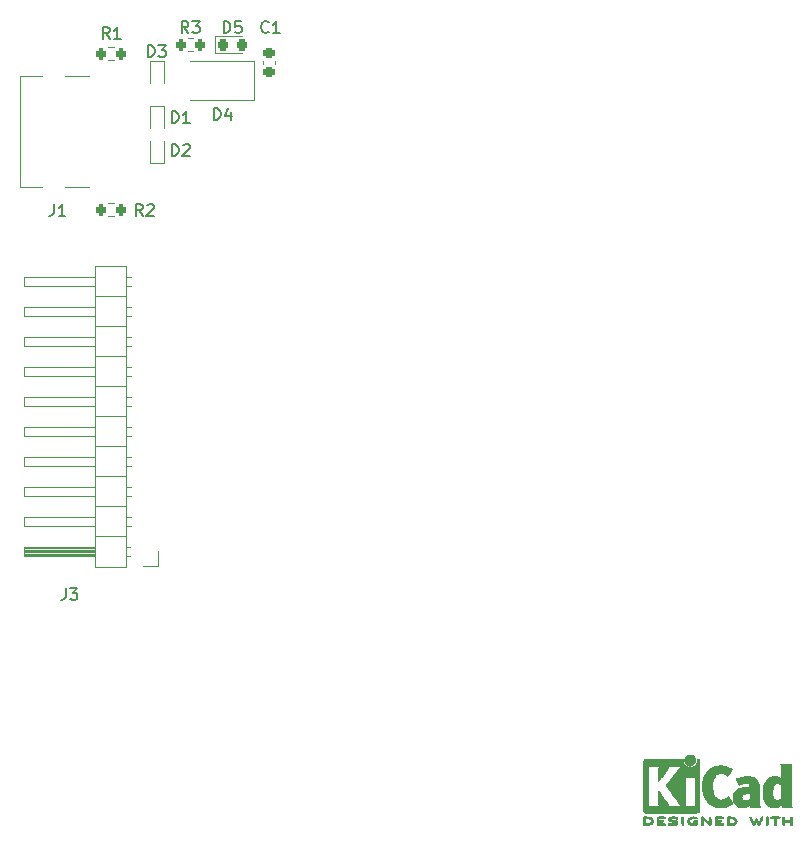
<source format=gbr>
%TF.GenerationSoftware,KiCad,Pcbnew,(6.0.9)*%
%TF.CreationDate,2022-11-14T09:49:53+08:00*%
%TF.ProjectId,YYSJ_2.1''_knob,5959534a-5f32-42e3-9127-275f6b6e6f62,rev?*%
%TF.SameCoordinates,Original*%
%TF.FileFunction,Legend,Top*%
%TF.FilePolarity,Positive*%
%FSLAX46Y46*%
G04 Gerber Fmt 4.6, Leading zero omitted, Abs format (unit mm)*
G04 Created by KiCad (PCBNEW (6.0.9)) date 2022-11-14 09:49:53*
%MOMM*%
%LPD*%
G01*
G04 APERTURE LIST*
G04 Aperture macros list*
%AMRoundRect*
0 Rectangle with rounded corners*
0 $1 Rounding radius*
0 $2 $3 $4 $5 $6 $7 $8 $9 X,Y pos of 4 corners*
0 Add a 4 corners polygon primitive as box body*
4,1,4,$2,$3,$4,$5,$6,$7,$8,$9,$2,$3,0*
0 Add four circle primitives for the rounded corners*
1,1,$1+$1,$2,$3*
1,1,$1+$1,$4,$5*
1,1,$1+$1,$6,$7*
1,1,$1+$1,$8,$9*
0 Add four rect primitives between the rounded corners*
20,1,$1+$1,$2,$3,$4,$5,0*
20,1,$1+$1,$4,$5,$6,$7,0*
20,1,$1+$1,$6,$7,$8,$9,0*
20,1,$1+$1,$8,$9,$2,$3,0*%
G04 Aperture macros list end*
%ADD10C,0.150000*%
%ADD11C,0.120000*%
%ADD12C,0.010000*%
%ADD13R,1.700000X1.700000*%
%ADD14O,1.700000X1.700000*%
%ADD15RoundRect,0.200000X-0.200000X-0.275000X0.200000X-0.275000X0.200000X0.275000X-0.200000X0.275000X0*%
%ADD16R,0.700000X0.600000*%
%ADD17C,0.650000*%
%ADD18R,1.450000X0.600000*%
%ADD19R,1.450000X0.300000*%
%ADD20O,2.100000X1.000000*%
%ADD21O,1.600000X1.000000*%
%ADD22RoundRect,0.218750X-0.218750X-0.256250X0.218750X-0.256250X0.218750X0.256250X-0.218750X0.256250X0*%
%ADD23R,2.500000X1.800000*%
%ADD24RoundRect,0.225000X0.250000X-0.225000X0.250000X0.225000X-0.250000X0.225000X-0.250000X-0.225000X0*%
G04 APERTURE END LIST*
D10*
%TO.C,J3*%
X54067268Y-144073380D02*
X54067268Y-144787666D01*
X54019649Y-144930523D01*
X53924411Y-145025761D01*
X53781554Y-145073380D01*
X53686316Y-145073380D01*
X54448221Y-144073380D02*
X55067268Y-144073380D01*
X54733935Y-144454333D01*
X54876792Y-144454333D01*
X54972030Y-144501952D01*
X55019649Y-144549571D01*
X55067268Y-144644809D01*
X55067268Y-144882904D01*
X55019649Y-144978142D01*
X54972030Y-145025761D01*
X54876792Y-145073380D01*
X54591078Y-145073380D01*
X54495840Y-145025761D01*
X54448221Y-144978142D01*
%TO.C,R3*%
X64469833Y-97066380D02*
X64136500Y-96590190D01*
X63898404Y-97066380D02*
X63898404Y-96066380D01*
X64279357Y-96066380D01*
X64374595Y-96114000D01*
X64422214Y-96161619D01*
X64469833Y-96256857D01*
X64469833Y-96399714D01*
X64422214Y-96494952D01*
X64374595Y-96542571D01*
X64279357Y-96590190D01*
X63898404Y-96590190D01*
X64803166Y-96066380D02*
X65422214Y-96066380D01*
X65088880Y-96447333D01*
X65231738Y-96447333D01*
X65326976Y-96494952D01*
X65374595Y-96542571D01*
X65422214Y-96637809D01*
X65422214Y-96875904D01*
X65374595Y-96971142D01*
X65326976Y-97018761D01*
X65231738Y-97066380D01*
X64946023Y-97066380D01*
X64850785Y-97018761D01*
X64803166Y-96971142D01*
%TO.C,D2*%
X63060506Y-107481380D02*
X63060506Y-106481380D01*
X63298602Y-106481380D01*
X63441459Y-106529000D01*
X63536697Y-106624238D01*
X63584316Y-106719476D01*
X63631935Y-106909952D01*
X63631935Y-107052809D01*
X63584316Y-107243285D01*
X63536697Y-107338523D01*
X63441459Y-107433761D01*
X63298602Y-107481380D01*
X63060506Y-107481380D01*
X64012887Y-106576619D02*
X64060506Y-106529000D01*
X64155744Y-106481380D01*
X64393840Y-106481380D01*
X64489078Y-106529000D01*
X64536697Y-106576619D01*
X64584316Y-106671857D01*
X64584316Y-106767095D01*
X64536697Y-106909952D01*
X63965268Y-107481380D01*
X64584316Y-107481380D01*
%TO.C,D3*%
X61028506Y-99099380D02*
X61028506Y-98099380D01*
X61266602Y-98099380D01*
X61409459Y-98147000D01*
X61504697Y-98242238D01*
X61552316Y-98337476D01*
X61599935Y-98527952D01*
X61599935Y-98670809D01*
X61552316Y-98861285D01*
X61504697Y-98956523D01*
X61409459Y-99051761D01*
X61266602Y-99099380D01*
X61028506Y-99099380D01*
X61933268Y-98099380D02*
X62552316Y-98099380D01*
X62218982Y-98480333D01*
X62361840Y-98480333D01*
X62457078Y-98527952D01*
X62504697Y-98575571D01*
X62552316Y-98670809D01*
X62552316Y-98908904D01*
X62504697Y-99004142D01*
X62457078Y-99051761D01*
X62361840Y-99099380D01*
X62076125Y-99099380D01*
X61980887Y-99051761D01*
X61933268Y-99004142D01*
%TO.C,D1*%
X63060506Y-104687380D02*
X63060506Y-103687380D01*
X63298602Y-103687380D01*
X63441459Y-103735000D01*
X63536697Y-103830238D01*
X63584316Y-103925476D01*
X63631935Y-104115952D01*
X63631935Y-104258809D01*
X63584316Y-104449285D01*
X63536697Y-104544523D01*
X63441459Y-104639761D01*
X63298602Y-104687380D01*
X63060506Y-104687380D01*
X64584316Y-104687380D02*
X64012887Y-104687380D01*
X64298602Y-104687380D02*
X64298602Y-103687380D01*
X64203363Y-103830238D01*
X64108125Y-103925476D01*
X64012887Y-103973095D01*
%TO.C,J1*%
X53051268Y-111561380D02*
X53051268Y-112275666D01*
X53003649Y-112418523D01*
X52908411Y-112513761D01*
X52765554Y-112561380D01*
X52670316Y-112561380D01*
X54051268Y-112561380D02*
X53479840Y-112561380D01*
X53765554Y-112561380D02*
X53765554Y-111561380D01*
X53670316Y-111704238D01*
X53575078Y-111799476D01*
X53479840Y-111847095D01*
%TO.C,D5*%
X67454404Y-97066380D02*
X67454404Y-96066380D01*
X67692500Y-96066380D01*
X67835357Y-96114000D01*
X67930595Y-96209238D01*
X67978214Y-96304476D01*
X68025833Y-96494952D01*
X68025833Y-96637809D01*
X67978214Y-96828285D01*
X67930595Y-96923523D01*
X67835357Y-97018761D01*
X67692500Y-97066380D01*
X67454404Y-97066380D01*
X68930595Y-96066380D02*
X68454404Y-96066380D01*
X68406785Y-96542571D01*
X68454404Y-96494952D01*
X68549642Y-96447333D01*
X68787738Y-96447333D01*
X68882976Y-96494952D01*
X68930595Y-96542571D01*
X68978214Y-96637809D01*
X68978214Y-96875904D01*
X68930595Y-96971142D01*
X68882976Y-97018761D01*
X68787738Y-97066380D01*
X68549642Y-97066380D01*
X68454404Y-97018761D01*
X68406785Y-96971142D01*
%TO.C,R1*%
X57789935Y-97575380D02*
X57456602Y-97099190D01*
X57218506Y-97575380D02*
X57218506Y-96575380D01*
X57599459Y-96575380D01*
X57694697Y-96623000D01*
X57742316Y-96670619D01*
X57789935Y-96765857D01*
X57789935Y-96908714D01*
X57742316Y-97003952D01*
X57694697Y-97051571D01*
X57599459Y-97099190D01*
X57218506Y-97099190D01*
X58742316Y-97575380D02*
X58170887Y-97575380D01*
X58456602Y-97575380D02*
X58456602Y-96575380D01*
X58361363Y-96718238D01*
X58266125Y-96813476D01*
X58170887Y-96861095D01*
%TO.C,D4*%
X66616506Y-104433380D02*
X66616506Y-103433380D01*
X66854602Y-103433380D01*
X66997459Y-103481000D01*
X67092697Y-103576238D01*
X67140316Y-103671476D01*
X67187935Y-103861952D01*
X67187935Y-104004809D01*
X67140316Y-104195285D01*
X67092697Y-104290523D01*
X66997459Y-104385761D01*
X66854602Y-104433380D01*
X66616506Y-104433380D01*
X68045078Y-103766714D02*
X68045078Y-104433380D01*
X67806982Y-103385761D02*
X67568887Y-104100047D01*
X68187935Y-104100047D01*
%TO.C,C1*%
X71251935Y-96972142D02*
X71204316Y-97019761D01*
X71061459Y-97067380D01*
X70966221Y-97067380D01*
X70823363Y-97019761D01*
X70728125Y-96924523D01*
X70680506Y-96829285D01*
X70632887Y-96638809D01*
X70632887Y-96495952D01*
X70680506Y-96305476D01*
X70728125Y-96210238D01*
X70823363Y-96115000D01*
X70966221Y-96067380D01*
X71061459Y-96067380D01*
X71204316Y-96115000D01*
X71251935Y-96162619D01*
X72204316Y-97067380D02*
X71632887Y-97067380D01*
X71918602Y-97067380D02*
X71918602Y-96067380D01*
X71823363Y-96210238D01*
X71728125Y-96305476D01*
X71632887Y-96353095D01*
%TO.C,R2*%
X60583935Y-112561380D02*
X60250602Y-112085190D01*
X60012506Y-112561380D02*
X60012506Y-111561380D01*
X60393459Y-111561380D01*
X60488697Y-111609000D01*
X60536316Y-111656619D01*
X60583935Y-111751857D01*
X60583935Y-111894714D01*
X60536316Y-111989952D01*
X60488697Y-112037571D01*
X60393459Y-112085190D01*
X60012506Y-112085190D01*
X60964887Y-111656619D02*
X61012506Y-111609000D01*
X61107744Y-111561380D01*
X61345840Y-111561380D01*
X61441078Y-111609000D01*
X61488697Y-111656619D01*
X61536316Y-111751857D01*
X61536316Y-111847095D01*
X61488697Y-111989952D01*
X60917268Y-112561380D01*
X61536316Y-112561380D01*
D11*
%TO.C,J3*%
X56529000Y-140800000D02*
X50529000Y-140800000D01*
X56529000Y-116770000D02*
X56529000Y-142290000D01*
X59189000Y-137150000D02*
X56529000Y-137150000D01*
X59586071Y-123560000D02*
X59189000Y-123560000D01*
X61899000Y-142230000D02*
X60629000Y-142230000D01*
X56529000Y-121020000D02*
X50529000Y-121020000D01*
X50529000Y-138040000D02*
X56529000Y-138040000D01*
X59586071Y-128640000D02*
X59189000Y-128640000D01*
X50529000Y-132960000D02*
X56529000Y-132960000D01*
X50529000Y-138800000D02*
X50529000Y-138040000D01*
X59586071Y-138040000D02*
X59189000Y-138040000D01*
X50529000Y-117720000D02*
X56529000Y-117720000D01*
X50529000Y-121020000D02*
X50529000Y-120260000D01*
X59586071Y-133720000D02*
X59189000Y-133720000D01*
X50529000Y-131180000D02*
X50529000Y-130420000D01*
X56529000Y-118480000D02*
X50529000Y-118480000D01*
X56529000Y-142290000D02*
X59189000Y-142290000D01*
X50529000Y-125340000D02*
X56529000Y-125340000D01*
X59189000Y-134610000D02*
X56529000Y-134610000D01*
X50529000Y-135500000D02*
X56529000Y-135500000D01*
X59189000Y-121910000D02*
X56529000Y-121910000D01*
X50529000Y-136260000D02*
X50529000Y-135500000D01*
X56529000Y-140920000D02*
X50529000Y-140920000D01*
X59189000Y-124450000D02*
X56529000Y-124450000D01*
X56529000Y-131180000D02*
X50529000Y-131180000D01*
X59189000Y-119370000D02*
X56529000Y-119370000D01*
X56529000Y-126100000D02*
X50529000Y-126100000D01*
X59586071Y-135500000D02*
X59189000Y-135500000D01*
X56529000Y-141160000D02*
X50529000Y-141160000D01*
X56529000Y-136260000D02*
X50529000Y-136260000D01*
X56529000Y-141340000D02*
X50529000Y-141340000D01*
X59586071Y-118480000D02*
X59189000Y-118480000D01*
X50529000Y-133720000D02*
X50529000Y-132960000D01*
X59189000Y-142290000D02*
X59189000Y-116770000D01*
X61899000Y-140960000D02*
X61899000Y-142230000D01*
X50529000Y-123560000D02*
X50529000Y-122800000D01*
X56529000Y-138800000D02*
X50529000Y-138800000D01*
X59586071Y-117720000D02*
X59189000Y-117720000D01*
X59189000Y-126990000D02*
X56529000Y-126990000D01*
X59586071Y-130420000D02*
X59189000Y-130420000D01*
X59586071Y-121020000D02*
X59189000Y-121020000D01*
X59586071Y-125340000D02*
X59189000Y-125340000D01*
X56529000Y-141040000D02*
X50529000Y-141040000D01*
X50529000Y-122800000D02*
X56529000Y-122800000D01*
X59519000Y-141340000D02*
X59189000Y-141340000D01*
X59586071Y-136260000D02*
X59189000Y-136260000D01*
X50529000Y-141340000D02*
X50529000Y-140580000D01*
X59586071Y-126100000D02*
X59189000Y-126100000D01*
X59189000Y-132070000D02*
X56529000Y-132070000D01*
X59586071Y-120260000D02*
X59189000Y-120260000D01*
X59189000Y-139690000D02*
X56529000Y-139690000D01*
X59586071Y-127880000D02*
X59189000Y-127880000D01*
X56529000Y-141280000D02*
X50529000Y-141280000D01*
X50529000Y-127880000D02*
X56529000Y-127880000D01*
X59586071Y-132960000D02*
X59189000Y-132960000D01*
X56529000Y-128640000D02*
X50529000Y-128640000D01*
X59586071Y-138800000D02*
X59189000Y-138800000D01*
X59189000Y-116770000D02*
X56529000Y-116770000D01*
X50529000Y-120260000D02*
X56529000Y-120260000D01*
X59189000Y-129530000D02*
X56529000Y-129530000D01*
X50529000Y-140580000D02*
X56529000Y-140580000D01*
X50529000Y-128640000D02*
X50529000Y-127880000D01*
X59586071Y-131180000D02*
X59189000Y-131180000D01*
X56529000Y-140680000D02*
X50529000Y-140680000D01*
X56529000Y-123560000D02*
X50529000Y-123560000D01*
X50529000Y-126100000D02*
X50529000Y-125340000D01*
X50529000Y-118480000D02*
X50529000Y-117720000D01*
X56529000Y-133720000D02*
X50529000Y-133720000D01*
X50529000Y-130420000D02*
X56529000Y-130420000D01*
X59586071Y-122800000D02*
X59189000Y-122800000D01*
X59519000Y-140580000D02*
X59189000Y-140580000D01*
%TO.C,R3*%
X64399242Y-98566500D02*
X64873758Y-98566500D01*
X64399242Y-97521500D02*
X64873758Y-97521500D01*
%TO.C,REF\u002A\u002A*%
G36*
X104551808Y-163400146D02*
G01*
X104621216Y-163400518D01*
X104673605Y-163401385D01*
X104711755Y-163402946D01*
X104738443Y-163405403D01*
X104756449Y-163408957D01*
X104768553Y-163413810D01*
X104777533Y-163420161D01*
X104780784Y-163423084D01*
X104800559Y-163454142D01*
X104804120Y-163489828D01*
X104791111Y-163521510D01*
X104785096Y-163527913D01*
X104775367Y-163534121D01*
X104759701Y-163538910D01*
X104735194Y-163542514D01*
X104698941Y-163545164D01*
X104648037Y-163547095D01*
X104579576Y-163548539D01*
X104516985Y-163549418D01*
X104269268Y-163552467D01*
X104265883Y-163617378D01*
X104262497Y-163682289D01*
X104430644Y-163682289D01*
X104503643Y-163682919D01*
X104557085Y-163685553D01*
X104593974Y-163691309D01*
X104617314Y-163701304D01*
X104630108Y-163716656D01*
X104635360Y-163738482D01*
X104636157Y-163758738D01*
X104633679Y-163783592D01*
X104624325Y-163801906D01*
X104605219Y-163814637D01*
X104573484Y-163822741D01*
X104526243Y-163827176D01*
X104460619Y-163828899D01*
X104424801Y-163829045D01*
X104263624Y-163829045D01*
X104263624Y-163987089D01*
X104511980Y-163987089D01*
X104593389Y-163987202D01*
X104655260Y-163987712D01*
X104700634Y-163988870D01*
X104732548Y-163990930D01*
X104754043Y-163994146D01*
X104768159Y-163998772D01*
X104777934Y-164005059D01*
X104782913Y-164009667D01*
X104799992Y-164036560D01*
X104805491Y-164060467D01*
X104797639Y-164089667D01*
X104782913Y-164111267D01*
X104775056Y-164118066D01*
X104764914Y-164123346D01*
X104749758Y-164127298D01*
X104726861Y-164130113D01*
X104693493Y-164131982D01*
X104646927Y-164133098D01*
X104584435Y-164133651D01*
X104503288Y-164133833D01*
X104461180Y-164133845D01*
X104371004Y-164133765D01*
X104300678Y-164133398D01*
X104247473Y-164132552D01*
X104208662Y-164131036D01*
X104181515Y-164128659D01*
X104163304Y-164125229D01*
X104151302Y-164120554D01*
X104142780Y-164114444D01*
X104139446Y-164111267D01*
X104132847Y-164103670D01*
X104127675Y-164093870D01*
X104123756Y-164079239D01*
X104120918Y-164057152D01*
X104118987Y-164024982D01*
X104117790Y-163980103D01*
X104117154Y-163919889D01*
X104116905Y-163841713D01*
X104116868Y-163768923D01*
X104116902Y-163675707D01*
X104117137Y-163602431D01*
X104117772Y-163546458D01*
X104119008Y-163505151D01*
X104121046Y-163475872D01*
X104124085Y-163455984D01*
X104128325Y-163442850D01*
X104133967Y-163433832D01*
X104141211Y-163426293D01*
X104142996Y-163424612D01*
X104151657Y-163417172D01*
X104161720Y-163411409D01*
X104175977Y-163407112D01*
X104197219Y-163404064D01*
X104228238Y-163402051D01*
X104271825Y-163400860D01*
X104330771Y-163400275D01*
X104407868Y-163400083D01*
X104462601Y-163400067D01*
X104551808Y-163400146D01*
G37*
D12*
X104551808Y-163400146D02*
X104621216Y-163400518D01*
X104673605Y-163401385D01*
X104711755Y-163402946D01*
X104738443Y-163405403D01*
X104756449Y-163408957D01*
X104768553Y-163413810D01*
X104777533Y-163420161D01*
X104780784Y-163423084D01*
X104800559Y-163454142D01*
X104804120Y-163489828D01*
X104791111Y-163521510D01*
X104785096Y-163527913D01*
X104775367Y-163534121D01*
X104759701Y-163538910D01*
X104735194Y-163542514D01*
X104698941Y-163545164D01*
X104648037Y-163547095D01*
X104579576Y-163548539D01*
X104516985Y-163549418D01*
X104269268Y-163552467D01*
X104265883Y-163617378D01*
X104262497Y-163682289D01*
X104430644Y-163682289D01*
X104503643Y-163682919D01*
X104557085Y-163685553D01*
X104593974Y-163691309D01*
X104617314Y-163701304D01*
X104630108Y-163716656D01*
X104635360Y-163738482D01*
X104636157Y-163758738D01*
X104633679Y-163783592D01*
X104624325Y-163801906D01*
X104605219Y-163814637D01*
X104573484Y-163822741D01*
X104526243Y-163827176D01*
X104460619Y-163828899D01*
X104424801Y-163829045D01*
X104263624Y-163829045D01*
X104263624Y-163987089D01*
X104511980Y-163987089D01*
X104593389Y-163987202D01*
X104655260Y-163987712D01*
X104700634Y-163988870D01*
X104732548Y-163990930D01*
X104754043Y-163994146D01*
X104768159Y-163998772D01*
X104777934Y-164005059D01*
X104782913Y-164009667D01*
X104799992Y-164036560D01*
X104805491Y-164060467D01*
X104797639Y-164089667D01*
X104782913Y-164111267D01*
X104775056Y-164118066D01*
X104764914Y-164123346D01*
X104749758Y-164127298D01*
X104726861Y-164130113D01*
X104693493Y-164131982D01*
X104646927Y-164133098D01*
X104584435Y-164133651D01*
X104503288Y-164133833D01*
X104461180Y-164133845D01*
X104371004Y-164133765D01*
X104300678Y-164133398D01*
X104247473Y-164132552D01*
X104208662Y-164131036D01*
X104181515Y-164128659D01*
X104163304Y-164125229D01*
X104151302Y-164120554D01*
X104142780Y-164114444D01*
X104139446Y-164111267D01*
X104132847Y-164103670D01*
X104127675Y-164093870D01*
X104123756Y-164079239D01*
X104120918Y-164057152D01*
X104118987Y-164024982D01*
X104117790Y-163980103D01*
X104117154Y-163919889D01*
X104116905Y-163841713D01*
X104116868Y-163768923D01*
X104116902Y-163675707D01*
X104117137Y-163602431D01*
X104117772Y-163546458D01*
X104119008Y-163505151D01*
X104121046Y-163475872D01*
X104124085Y-163455984D01*
X104128325Y-163442850D01*
X104133967Y-163433832D01*
X104141211Y-163426293D01*
X104142996Y-163424612D01*
X104151657Y-163417172D01*
X104161720Y-163411409D01*
X104175977Y-163407112D01*
X104197219Y-163404064D01*
X104228238Y-163402051D01*
X104271825Y-163400860D01*
X104330771Y-163400275D01*
X104407868Y-163400083D01*
X104462601Y-163400067D01*
X104551808Y-163400146D01*
G36*
X105572899Y-163401351D02*
G01*
X105647714Y-163406581D01*
X105717296Y-163414750D01*
X105777600Y-163425550D01*
X105824582Y-163438673D01*
X105854196Y-163453813D01*
X105858742Y-163458269D01*
X105874548Y-163492850D01*
X105869755Y-163528351D01*
X105845238Y-163558725D01*
X105844068Y-163559596D01*
X105829648Y-163568954D01*
X105814594Y-163573876D01*
X105793597Y-163574473D01*
X105761345Y-163570861D01*
X105712529Y-163563154D01*
X105708602Y-163562505D01*
X105635863Y-163553569D01*
X105557385Y-163549161D01*
X105478675Y-163549119D01*
X105405241Y-163553279D01*
X105342591Y-163561479D01*
X105296232Y-163573557D01*
X105293186Y-163574771D01*
X105259554Y-163593615D01*
X105247738Y-163612685D01*
X105256988Y-163631439D01*
X105286555Y-163649337D01*
X105335691Y-163665837D01*
X105403645Y-163680396D01*
X105448957Y-163687406D01*
X105543146Y-163700889D01*
X105618058Y-163713214D01*
X105676885Y-163725449D01*
X105722817Y-163738661D01*
X105759047Y-163753917D01*
X105788764Y-163772285D01*
X105815160Y-163794831D01*
X105836372Y-163816971D01*
X105861537Y-163847819D01*
X105873921Y-163874345D01*
X105877794Y-163907026D01*
X105877935Y-163918995D01*
X105875026Y-163958712D01*
X105863400Y-163988259D01*
X105843279Y-164014486D01*
X105802386Y-164054576D01*
X105756785Y-164085149D01*
X105703089Y-164107203D01*
X105637910Y-164121735D01*
X105557858Y-164129741D01*
X105459545Y-164132218D01*
X105443313Y-164132177D01*
X105377753Y-164130818D01*
X105312736Y-164127730D01*
X105255350Y-164123356D01*
X105212680Y-164118140D01*
X105209230Y-164117541D01*
X105166806Y-164107491D01*
X105130822Y-164094796D01*
X105110452Y-164083190D01*
X105091495Y-164052572D01*
X105090175Y-164016918D01*
X105106517Y-163985144D01*
X105110173Y-163981551D01*
X105125287Y-163970876D01*
X105144187Y-163966276D01*
X105173440Y-163967059D01*
X105208951Y-163971127D01*
X105248632Y-163974762D01*
X105304257Y-163977828D01*
X105369196Y-163980053D01*
X105436817Y-163981164D01*
X105454602Y-163981237D01*
X105522474Y-163980964D01*
X105572148Y-163979646D01*
X105607992Y-163976827D01*
X105634378Y-163972050D01*
X105655676Y-163964857D01*
X105668476Y-163958867D01*
X105696602Y-163942233D01*
X105714534Y-163927168D01*
X105717155Y-163922897D01*
X105711626Y-163905263D01*
X105685342Y-163888192D01*
X105640124Y-163872458D01*
X105577794Y-163858838D01*
X105559431Y-163855804D01*
X105463512Y-163840738D01*
X105386961Y-163828146D01*
X105326822Y-163817111D01*
X105280142Y-163806720D01*
X105243965Y-163796056D01*
X105215337Y-163784205D01*
X105191304Y-163770251D01*
X105168910Y-163753281D01*
X105145200Y-163732378D01*
X105137222Y-163725049D01*
X105109249Y-163697699D01*
X105094442Y-163676029D01*
X105088650Y-163651232D01*
X105087713Y-163619983D01*
X105098027Y-163558705D01*
X105128850Y-163506640D01*
X105180007Y-163463958D01*
X105251319Y-163430825D01*
X105302202Y-163415964D01*
X105357502Y-163406366D01*
X105423749Y-163400936D01*
X105496896Y-163399367D01*
X105572899Y-163401351D01*
G37*
X105572899Y-163401351D02*
X105647714Y-163406581D01*
X105717296Y-163414750D01*
X105777600Y-163425550D01*
X105824582Y-163438673D01*
X105854196Y-163453813D01*
X105858742Y-163458269D01*
X105874548Y-163492850D01*
X105869755Y-163528351D01*
X105845238Y-163558725D01*
X105844068Y-163559596D01*
X105829648Y-163568954D01*
X105814594Y-163573876D01*
X105793597Y-163574473D01*
X105761345Y-163570861D01*
X105712529Y-163563154D01*
X105708602Y-163562505D01*
X105635863Y-163553569D01*
X105557385Y-163549161D01*
X105478675Y-163549119D01*
X105405241Y-163553279D01*
X105342591Y-163561479D01*
X105296232Y-163573557D01*
X105293186Y-163574771D01*
X105259554Y-163593615D01*
X105247738Y-163612685D01*
X105256988Y-163631439D01*
X105286555Y-163649337D01*
X105335691Y-163665837D01*
X105403645Y-163680396D01*
X105448957Y-163687406D01*
X105543146Y-163700889D01*
X105618058Y-163713214D01*
X105676885Y-163725449D01*
X105722817Y-163738661D01*
X105759047Y-163753917D01*
X105788764Y-163772285D01*
X105815160Y-163794831D01*
X105836372Y-163816971D01*
X105861537Y-163847819D01*
X105873921Y-163874345D01*
X105877794Y-163907026D01*
X105877935Y-163918995D01*
X105875026Y-163958712D01*
X105863400Y-163988259D01*
X105843279Y-164014486D01*
X105802386Y-164054576D01*
X105756785Y-164085149D01*
X105703089Y-164107203D01*
X105637910Y-164121735D01*
X105557858Y-164129741D01*
X105459545Y-164132218D01*
X105443313Y-164132177D01*
X105377753Y-164130818D01*
X105312736Y-164127730D01*
X105255350Y-164123356D01*
X105212680Y-164118140D01*
X105209230Y-164117541D01*
X105166806Y-164107491D01*
X105130822Y-164094796D01*
X105110452Y-164083190D01*
X105091495Y-164052572D01*
X105090175Y-164016918D01*
X105106517Y-163985144D01*
X105110173Y-163981551D01*
X105125287Y-163970876D01*
X105144187Y-163966276D01*
X105173440Y-163967059D01*
X105208951Y-163971127D01*
X105248632Y-163974762D01*
X105304257Y-163977828D01*
X105369196Y-163980053D01*
X105436817Y-163981164D01*
X105454602Y-163981237D01*
X105522474Y-163980964D01*
X105572148Y-163979646D01*
X105607992Y-163976827D01*
X105634378Y-163972050D01*
X105655676Y-163964857D01*
X105668476Y-163958867D01*
X105696602Y-163942233D01*
X105714534Y-163927168D01*
X105717155Y-163922897D01*
X105711626Y-163905263D01*
X105685342Y-163888192D01*
X105640124Y-163872458D01*
X105577794Y-163858838D01*
X105559431Y-163855804D01*
X105463512Y-163840738D01*
X105386961Y-163828146D01*
X105326822Y-163817111D01*
X105280142Y-163806720D01*
X105243965Y-163796056D01*
X105215337Y-163784205D01*
X105191304Y-163770251D01*
X105168910Y-163753281D01*
X105145200Y-163732378D01*
X105137222Y-163725049D01*
X105109249Y-163697699D01*
X105094442Y-163676029D01*
X105088650Y-163651232D01*
X105087713Y-163619983D01*
X105098027Y-163558705D01*
X105128850Y-163506640D01*
X105180007Y-163463958D01*
X105251319Y-163430825D01*
X105302202Y-163415964D01*
X105357502Y-163406366D01*
X105423749Y-163400936D01*
X105496896Y-163399367D01*
X105572899Y-163401351D01*
G36*
X113009267Y-163402034D02*
G01*
X113028857Y-163409035D01*
X113029612Y-163409377D01*
X113056215Y-163429678D01*
X113070872Y-163450561D01*
X113073740Y-163460352D01*
X113073598Y-163473361D01*
X113069563Y-163491895D01*
X113060748Y-163518257D01*
X113046271Y-163554752D01*
X113025247Y-163603687D01*
X112996790Y-163667365D01*
X112960017Y-163748093D01*
X112939777Y-163792216D01*
X112903227Y-163870985D01*
X112868917Y-163943423D01*
X112838154Y-164006880D01*
X112812250Y-164058708D01*
X112792512Y-164096259D01*
X112780252Y-164116884D01*
X112777826Y-164119733D01*
X112746785Y-164132302D01*
X112711723Y-164130619D01*
X112683602Y-164115332D01*
X112682456Y-164114089D01*
X112671270Y-164097154D01*
X112652506Y-164064170D01*
X112628477Y-164019380D01*
X112601499Y-163967032D01*
X112591803Y-163947742D01*
X112518616Y-163801150D01*
X112438842Y-163960393D01*
X112410369Y-164015415D01*
X112383952Y-164063132D01*
X112361750Y-164099893D01*
X112345921Y-164122044D01*
X112340556Y-164126741D01*
X112298859Y-164133102D01*
X112264451Y-164119733D01*
X112254330Y-164105446D01*
X112236816Y-164073692D01*
X112213337Y-164027597D01*
X112185322Y-163970285D01*
X112154201Y-163904880D01*
X112121401Y-163834507D01*
X112088352Y-163762291D01*
X112056483Y-163691355D01*
X112027221Y-163624825D01*
X112001997Y-163565826D01*
X111982238Y-163517481D01*
X111969374Y-163482915D01*
X111964833Y-163465253D01*
X111964879Y-163464613D01*
X111975928Y-163442388D01*
X111998012Y-163419753D01*
X111999312Y-163418768D01*
X112026455Y-163403425D01*
X112051560Y-163403574D01*
X112060970Y-163406466D01*
X112072436Y-163412718D01*
X112084612Y-163425014D01*
X112098959Y-163445908D01*
X112116938Y-163477949D01*
X112140009Y-163523688D01*
X112169632Y-163585677D01*
X112196347Y-163642898D01*
X112227082Y-163709226D01*
X112254623Y-163768874D01*
X112277540Y-163818725D01*
X112294400Y-163855664D01*
X112303775Y-163876573D01*
X112305142Y-163879845D01*
X112311291Y-163874497D01*
X112325424Y-163852109D01*
X112345659Y-163815946D01*
X112370117Y-163769277D01*
X112379850Y-163750022D01*
X112412819Y-163685004D01*
X112438245Y-163637654D01*
X112458214Y-163605219D01*
X112474812Y-163584946D01*
X112490126Y-163574082D01*
X112506242Y-163569875D01*
X112516745Y-163569400D01*
X112535272Y-163571042D01*
X112551506Y-163577831D01*
X112567637Y-163592566D01*
X112585853Y-163618044D01*
X112608341Y-163657061D01*
X112637291Y-163712414D01*
X112653264Y-163743903D01*
X112679172Y-163794087D01*
X112701769Y-163835704D01*
X112719060Y-163865242D01*
X112729052Y-163879189D01*
X112730411Y-163879770D01*
X112736863Y-163868793D01*
X112751310Y-163840290D01*
X112772305Y-163797244D01*
X112798399Y-163742638D01*
X112828148Y-163679454D01*
X112842782Y-163648071D01*
X112880852Y-163567078D01*
X112911507Y-163504756D01*
X112936339Y-163459071D01*
X112956939Y-163427989D01*
X112974900Y-163409478D01*
X112991812Y-163401504D01*
X113009267Y-163402034D01*
G37*
X113009267Y-163402034D02*
X113028857Y-163409035D01*
X113029612Y-163409377D01*
X113056215Y-163429678D01*
X113070872Y-163450561D01*
X113073740Y-163460352D01*
X113073598Y-163473361D01*
X113069563Y-163491895D01*
X113060748Y-163518257D01*
X113046271Y-163554752D01*
X113025247Y-163603687D01*
X112996790Y-163667365D01*
X112960017Y-163748093D01*
X112939777Y-163792216D01*
X112903227Y-163870985D01*
X112868917Y-163943423D01*
X112838154Y-164006880D01*
X112812250Y-164058708D01*
X112792512Y-164096259D01*
X112780252Y-164116884D01*
X112777826Y-164119733D01*
X112746785Y-164132302D01*
X112711723Y-164130619D01*
X112683602Y-164115332D01*
X112682456Y-164114089D01*
X112671270Y-164097154D01*
X112652506Y-164064170D01*
X112628477Y-164019380D01*
X112601499Y-163967032D01*
X112591803Y-163947742D01*
X112518616Y-163801150D01*
X112438842Y-163960393D01*
X112410369Y-164015415D01*
X112383952Y-164063132D01*
X112361750Y-164099893D01*
X112345921Y-164122044D01*
X112340556Y-164126741D01*
X112298859Y-164133102D01*
X112264451Y-164119733D01*
X112254330Y-164105446D01*
X112236816Y-164073692D01*
X112213337Y-164027597D01*
X112185322Y-163970285D01*
X112154201Y-163904880D01*
X112121401Y-163834507D01*
X112088352Y-163762291D01*
X112056483Y-163691355D01*
X112027221Y-163624825D01*
X112001997Y-163565826D01*
X111982238Y-163517481D01*
X111969374Y-163482915D01*
X111964833Y-163465253D01*
X111964879Y-163464613D01*
X111975928Y-163442388D01*
X111998012Y-163419753D01*
X111999312Y-163418768D01*
X112026455Y-163403425D01*
X112051560Y-163403574D01*
X112060970Y-163406466D01*
X112072436Y-163412718D01*
X112084612Y-163425014D01*
X112098959Y-163445908D01*
X112116938Y-163477949D01*
X112140009Y-163523688D01*
X112169632Y-163585677D01*
X112196347Y-163642898D01*
X112227082Y-163709226D01*
X112254623Y-163768874D01*
X112277540Y-163818725D01*
X112294400Y-163855664D01*
X112303775Y-163876573D01*
X112305142Y-163879845D01*
X112311291Y-163874497D01*
X112325424Y-163852109D01*
X112345659Y-163815946D01*
X112370117Y-163769277D01*
X112379850Y-163750022D01*
X112412819Y-163685004D01*
X112438245Y-163637654D01*
X112458214Y-163605219D01*
X112474812Y-163584946D01*
X112490126Y-163574082D01*
X112506242Y-163569875D01*
X112516745Y-163569400D01*
X112535272Y-163571042D01*
X112551506Y-163577831D01*
X112567637Y-163592566D01*
X112585853Y-163618044D01*
X112608341Y-163657061D01*
X112637291Y-163712414D01*
X112653264Y-163743903D01*
X112679172Y-163794087D01*
X112701769Y-163835704D01*
X112719060Y-163865242D01*
X112729052Y-163879189D01*
X112730411Y-163879770D01*
X112736863Y-163868793D01*
X112751310Y-163840290D01*
X112772305Y-163797244D01*
X112798399Y-163742638D01*
X112828148Y-163679454D01*
X112842782Y-163648071D01*
X112880852Y-163567078D01*
X112911507Y-163504756D01*
X112936339Y-163459071D01*
X112956939Y-163427989D01*
X112974900Y-163409478D01*
X112991812Y-163401504D01*
X113009267Y-163402034D01*
G36*
X107314521Y-163405599D02*
G01*
X107383037Y-163417095D01*
X107435659Y-163434967D01*
X107469894Y-163458499D01*
X107479223Y-163471924D01*
X107488709Y-163503148D01*
X107482325Y-163531395D01*
X107462172Y-163558182D01*
X107430857Y-163570713D01*
X107385419Y-163569696D01*
X107350276Y-163562906D01*
X107272183Y-163549971D01*
X107192376Y-163548742D01*
X107103047Y-163559241D01*
X107078373Y-163563690D01*
X106995311Y-163587108D01*
X106930329Y-163621945D01*
X106884141Y-163667604D01*
X106857457Y-163723494D01*
X106851939Y-163752388D01*
X106855551Y-163811012D01*
X106878873Y-163862879D01*
X106919778Y-163906978D01*
X106976143Y-163942299D01*
X107045842Y-163967829D01*
X107126750Y-163982559D01*
X107216742Y-163985478D01*
X107313692Y-163975575D01*
X107319166Y-163974641D01*
X107357727Y-163967459D01*
X107379108Y-163960521D01*
X107388375Y-163950227D01*
X107390596Y-163932976D01*
X107390646Y-163923841D01*
X107390646Y-163885489D01*
X107322171Y-163885489D01*
X107261702Y-163881347D01*
X107220437Y-163868147D01*
X107196427Y-163844730D01*
X107187725Y-163809936D01*
X107187619Y-163805394D01*
X107192710Y-163775654D01*
X107210169Y-163754419D01*
X107242663Y-163740366D01*
X107292859Y-163732173D01*
X107341479Y-163729161D01*
X107412146Y-163727433D01*
X107463404Y-163730070D01*
X107498363Y-163739800D01*
X107520132Y-163759353D01*
X107531822Y-163791456D01*
X107536542Y-163838838D01*
X107537402Y-163901071D01*
X107535993Y-163970535D01*
X107531754Y-164017786D01*
X107524666Y-164043012D01*
X107523291Y-164044988D01*
X107484374Y-164076508D01*
X107427316Y-164101470D01*
X107355733Y-164119340D01*
X107273244Y-164129586D01*
X107183463Y-164131673D01*
X107090010Y-164125068D01*
X107035046Y-164116956D01*
X106948836Y-164092554D01*
X106868710Y-164052662D01*
X106801625Y-164000887D01*
X106791429Y-163990539D01*
X106758300Y-163947035D01*
X106728408Y-163893118D01*
X106705245Y-163836592D01*
X106692304Y-163785259D01*
X106690744Y-163765544D01*
X106697384Y-163724419D01*
X106715034Y-163673252D01*
X106740305Y-163619394D01*
X106769813Y-163570195D01*
X106795883Y-163537334D01*
X106856837Y-163488452D01*
X106935633Y-163449545D01*
X107029445Y-163421494D01*
X107135452Y-163405179D01*
X107232602Y-163401192D01*
X107314521Y-163405599D01*
G37*
X107314521Y-163405599D02*
X107383037Y-163417095D01*
X107435659Y-163434967D01*
X107469894Y-163458499D01*
X107479223Y-163471924D01*
X107488709Y-163503148D01*
X107482325Y-163531395D01*
X107462172Y-163558182D01*
X107430857Y-163570713D01*
X107385419Y-163569696D01*
X107350276Y-163562906D01*
X107272183Y-163549971D01*
X107192376Y-163548742D01*
X107103047Y-163559241D01*
X107078373Y-163563690D01*
X106995311Y-163587108D01*
X106930329Y-163621945D01*
X106884141Y-163667604D01*
X106857457Y-163723494D01*
X106851939Y-163752388D01*
X106855551Y-163811012D01*
X106878873Y-163862879D01*
X106919778Y-163906978D01*
X106976143Y-163942299D01*
X107045842Y-163967829D01*
X107126750Y-163982559D01*
X107216742Y-163985478D01*
X107313692Y-163975575D01*
X107319166Y-163974641D01*
X107357727Y-163967459D01*
X107379108Y-163960521D01*
X107388375Y-163950227D01*
X107390596Y-163932976D01*
X107390646Y-163923841D01*
X107390646Y-163885489D01*
X107322171Y-163885489D01*
X107261702Y-163881347D01*
X107220437Y-163868147D01*
X107196427Y-163844730D01*
X107187725Y-163809936D01*
X107187619Y-163805394D01*
X107192710Y-163775654D01*
X107210169Y-163754419D01*
X107242663Y-163740366D01*
X107292859Y-163732173D01*
X107341479Y-163729161D01*
X107412146Y-163727433D01*
X107463404Y-163730070D01*
X107498363Y-163739800D01*
X107520132Y-163759353D01*
X107531822Y-163791456D01*
X107536542Y-163838838D01*
X107537402Y-163901071D01*
X107535993Y-163970535D01*
X107531754Y-164017786D01*
X107524666Y-164043012D01*
X107523291Y-164044988D01*
X107484374Y-164076508D01*
X107427316Y-164101470D01*
X107355733Y-164119340D01*
X107273244Y-164129586D01*
X107183463Y-164131673D01*
X107090010Y-164125068D01*
X107035046Y-164116956D01*
X106948836Y-164092554D01*
X106868710Y-164052662D01*
X106801625Y-164000887D01*
X106791429Y-163990539D01*
X106758300Y-163947035D01*
X106728408Y-163893118D01*
X106705245Y-163836592D01*
X106692304Y-163785259D01*
X106690744Y-163765544D01*
X106697384Y-163724419D01*
X106715034Y-163673252D01*
X106740305Y-163619394D01*
X106769813Y-163570195D01*
X106795883Y-163537334D01*
X106856837Y-163488452D01*
X106935633Y-163449545D01*
X107029445Y-163421494D01*
X107135452Y-163405179D01*
X107232602Y-163401192D01*
X107314521Y-163405599D01*
G36*
X110547124Y-161601812D02*
G01*
X110563370Y-161530590D01*
X110589007Y-161459864D01*
X110613003Y-161407493D01*
X110671622Y-161312196D01*
X110749719Y-161224170D01*
X110844917Y-161145017D01*
X110954840Y-161076340D01*
X111077112Y-161019741D01*
X111209357Y-160976821D01*
X111274024Y-160961882D01*
X111410206Y-160939777D01*
X111558651Y-160925194D01*
X111710107Y-160918813D01*
X111836666Y-160920445D01*
X111998552Y-160927224D01*
X111991132Y-160868245D01*
X111971840Y-160769092D01*
X111940706Y-160688372D01*
X111896871Y-160625466D01*
X111839473Y-160579756D01*
X111767650Y-160550622D01*
X111680543Y-160537447D01*
X111577288Y-160539611D01*
X111539313Y-160543612D01*
X111398122Y-160568780D01*
X111261309Y-160609814D01*
X111166780Y-160647815D01*
X111121620Y-160667190D01*
X111083187Y-160682760D01*
X111056836Y-160692405D01*
X111049148Y-160694452D01*
X111039404Y-160685374D01*
X111022685Y-160656405D01*
X110998834Y-160607217D01*
X110967695Y-160537484D01*
X110929109Y-160446879D01*
X110922512Y-160431089D01*
X110892455Y-160358772D01*
X110865476Y-160293425D01*
X110842738Y-160237906D01*
X110825408Y-160195072D01*
X110814650Y-160167781D01*
X110811543Y-160158942D01*
X110821542Y-160154187D01*
X110847819Y-160148910D01*
X110876091Y-160145231D01*
X110906248Y-160140474D01*
X110954035Y-160131028D01*
X111015214Y-160117820D01*
X111085548Y-160101776D01*
X111160796Y-160083820D01*
X111189357Y-160076797D01*
X111294418Y-160051209D01*
X111382082Y-160031147D01*
X111456670Y-160015969D01*
X111522505Y-160005035D01*
X111583909Y-159997704D01*
X111645204Y-159993335D01*
X111710712Y-159991287D01*
X111768730Y-159990889D01*
X111938176Y-159997552D01*
X112090094Y-160017567D01*
X112225358Y-160051202D01*
X112344841Y-160098725D01*
X112449417Y-160160405D01*
X112527026Y-160223965D01*
X112595867Y-160298099D01*
X112649608Y-160377871D01*
X112692512Y-160470091D01*
X112707986Y-160513161D01*
X112720846Y-160552142D01*
X112732048Y-160588289D01*
X112741722Y-160623434D01*
X112749998Y-160659410D01*
X112757005Y-160698050D01*
X112762874Y-160741185D01*
X112767733Y-160790649D01*
X112771712Y-160848273D01*
X112774942Y-160915891D01*
X112777551Y-160995334D01*
X112779669Y-161088436D01*
X112781426Y-161197027D01*
X112782951Y-161322942D01*
X112784374Y-161468012D01*
X112785627Y-161610778D01*
X112786953Y-161766968D01*
X112788158Y-161902239D01*
X112789368Y-162018246D01*
X112790708Y-162116645D01*
X112792302Y-162199093D01*
X112794277Y-162267246D01*
X112796758Y-162322760D01*
X112799871Y-162367292D01*
X112803740Y-162402498D01*
X112808491Y-162430034D01*
X112814250Y-162451556D01*
X112821141Y-162468722D01*
X112829291Y-162483186D01*
X112838825Y-162496606D01*
X112849868Y-162510638D01*
X112854168Y-162516071D01*
X112869988Y-162538910D01*
X112877024Y-162554463D01*
X112877046Y-162554922D01*
X112866169Y-162557121D01*
X112835184Y-162559147D01*
X112786559Y-162560942D01*
X112722765Y-162562451D01*
X112646271Y-162563616D01*
X112559546Y-162564380D01*
X112465059Y-162564686D01*
X112454152Y-162564689D01*
X112031259Y-162564689D01*
X112027997Y-162468622D01*
X112024735Y-162372556D01*
X111962646Y-162423543D01*
X111865316Y-162491057D01*
X111755415Y-162545749D01*
X111668951Y-162575978D01*
X111599880Y-162590666D01*
X111516527Y-162600659D01*
X111426761Y-162605646D01*
X111338447Y-162605313D01*
X111259453Y-162599351D01*
X111223224Y-162593638D01*
X111083205Y-162555776D01*
X110956780Y-162500932D01*
X110844862Y-162429924D01*
X110748364Y-162343568D01*
X110668202Y-162242679D01*
X110605289Y-162128076D01*
X110560914Y-162001984D01*
X110548580Y-161945401D01*
X110540970Y-161883202D01*
X110537341Y-161808363D01*
X110536847Y-161774467D01*
X110536912Y-161771282D01*
X111296850Y-161771282D01*
X111306143Y-161846333D01*
X111334330Y-161910160D01*
X111382799Y-161965798D01*
X111387856Y-161970211D01*
X111436150Y-162005037D01*
X111487859Y-162027620D01*
X111548591Y-162039540D01*
X111623954Y-162042383D01*
X111642061Y-162041978D01*
X111695880Y-162039325D01*
X111735910Y-162033909D01*
X111770926Y-162023745D01*
X111809705Y-162006850D01*
X111820347Y-162001672D01*
X111880998Y-161965844D01*
X111927817Y-161923212D01*
X111940554Y-161907973D01*
X111985224Y-161851462D01*
X111985224Y-161655586D01*
X111984688Y-161576939D01*
X111982998Y-161518988D01*
X111980030Y-161479875D01*
X111975659Y-161457741D01*
X111971574Y-161451274D01*
X111955649Y-161448111D01*
X111921866Y-161445488D01*
X111874942Y-161443655D01*
X111819595Y-161442857D01*
X111810708Y-161442842D01*
X111689932Y-161448096D01*
X111587262Y-161464263D01*
X111500708Y-161491961D01*
X111428283Y-161531808D01*
X111373353Y-161578758D01*
X111328806Y-161636645D01*
X111304082Y-161699693D01*
X111296850Y-161771282D01*
X110536912Y-161771282D01*
X110538780Y-161680712D01*
X110547124Y-161601812D01*
G37*
X110547124Y-161601812D02*
X110563370Y-161530590D01*
X110589007Y-161459864D01*
X110613003Y-161407493D01*
X110671622Y-161312196D01*
X110749719Y-161224170D01*
X110844917Y-161145017D01*
X110954840Y-161076340D01*
X111077112Y-161019741D01*
X111209357Y-160976821D01*
X111274024Y-160961882D01*
X111410206Y-160939777D01*
X111558651Y-160925194D01*
X111710107Y-160918813D01*
X111836666Y-160920445D01*
X111998552Y-160927224D01*
X111991132Y-160868245D01*
X111971840Y-160769092D01*
X111940706Y-160688372D01*
X111896871Y-160625466D01*
X111839473Y-160579756D01*
X111767650Y-160550622D01*
X111680543Y-160537447D01*
X111577288Y-160539611D01*
X111539313Y-160543612D01*
X111398122Y-160568780D01*
X111261309Y-160609814D01*
X111166780Y-160647815D01*
X111121620Y-160667190D01*
X111083187Y-160682760D01*
X111056836Y-160692405D01*
X111049148Y-160694452D01*
X111039404Y-160685374D01*
X111022685Y-160656405D01*
X110998834Y-160607217D01*
X110967695Y-160537484D01*
X110929109Y-160446879D01*
X110922512Y-160431089D01*
X110892455Y-160358772D01*
X110865476Y-160293425D01*
X110842738Y-160237906D01*
X110825408Y-160195072D01*
X110814650Y-160167781D01*
X110811543Y-160158942D01*
X110821542Y-160154187D01*
X110847819Y-160148910D01*
X110876091Y-160145231D01*
X110906248Y-160140474D01*
X110954035Y-160131028D01*
X111015214Y-160117820D01*
X111085548Y-160101776D01*
X111160796Y-160083820D01*
X111189357Y-160076797D01*
X111294418Y-160051209D01*
X111382082Y-160031147D01*
X111456670Y-160015969D01*
X111522505Y-160005035D01*
X111583909Y-159997704D01*
X111645204Y-159993335D01*
X111710712Y-159991287D01*
X111768730Y-159990889D01*
X111938176Y-159997552D01*
X112090094Y-160017567D01*
X112225358Y-160051202D01*
X112344841Y-160098725D01*
X112449417Y-160160405D01*
X112527026Y-160223965D01*
X112595867Y-160298099D01*
X112649608Y-160377871D01*
X112692512Y-160470091D01*
X112707986Y-160513161D01*
X112720846Y-160552142D01*
X112732048Y-160588289D01*
X112741722Y-160623434D01*
X112749998Y-160659410D01*
X112757005Y-160698050D01*
X112762874Y-160741185D01*
X112767733Y-160790649D01*
X112771712Y-160848273D01*
X112774942Y-160915891D01*
X112777551Y-160995334D01*
X112779669Y-161088436D01*
X112781426Y-161197027D01*
X112782951Y-161322942D01*
X112784374Y-161468012D01*
X112785627Y-161610778D01*
X112786953Y-161766968D01*
X112788158Y-161902239D01*
X112789368Y-162018246D01*
X112790708Y-162116645D01*
X112792302Y-162199093D01*
X112794277Y-162267246D01*
X112796758Y-162322760D01*
X112799871Y-162367292D01*
X112803740Y-162402498D01*
X112808491Y-162430034D01*
X112814250Y-162451556D01*
X112821141Y-162468722D01*
X112829291Y-162483186D01*
X112838825Y-162496606D01*
X112849868Y-162510638D01*
X112854168Y-162516071D01*
X112869988Y-162538910D01*
X112877024Y-162554463D01*
X112877046Y-162554922D01*
X112866169Y-162557121D01*
X112835184Y-162559147D01*
X112786559Y-162560942D01*
X112722765Y-162562451D01*
X112646271Y-162563616D01*
X112559546Y-162564380D01*
X112465059Y-162564686D01*
X112454152Y-162564689D01*
X112031259Y-162564689D01*
X112027997Y-162468622D01*
X112024735Y-162372556D01*
X111962646Y-162423543D01*
X111865316Y-162491057D01*
X111755415Y-162545749D01*
X111668951Y-162575978D01*
X111599880Y-162590666D01*
X111516527Y-162600659D01*
X111426761Y-162605646D01*
X111338447Y-162605313D01*
X111259453Y-162599351D01*
X111223224Y-162593638D01*
X111083205Y-162555776D01*
X110956780Y-162500932D01*
X110844862Y-162429924D01*
X110748364Y-162343568D01*
X110668202Y-162242679D01*
X110605289Y-162128076D01*
X110560914Y-162001984D01*
X110548580Y-161945401D01*
X110540970Y-161883202D01*
X110537341Y-161808363D01*
X110536847Y-161774467D01*
X110536912Y-161771282D01*
X111296850Y-161771282D01*
X111306143Y-161846333D01*
X111334330Y-161910160D01*
X111382799Y-161965798D01*
X111387856Y-161970211D01*
X111436150Y-162005037D01*
X111487859Y-162027620D01*
X111548591Y-162039540D01*
X111623954Y-162042383D01*
X111642061Y-162041978D01*
X111695880Y-162039325D01*
X111735910Y-162033909D01*
X111770926Y-162023745D01*
X111809705Y-162006850D01*
X111820347Y-162001672D01*
X111880998Y-161965844D01*
X111927817Y-161923212D01*
X111940554Y-161907973D01*
X111985224Y-161851462D01*
X111985224Y-161655586D01*
X111984688Y-161576939D01*
X111982998Y-161518988D01*
X111980030Y-161479875D01*
X111975659Y-161457741D01*
X111971574Y-161451274D01*
X111955649Y-161448111D01*
X111921866Y-161445488D01*
X111874942Y-161443655D01*
X111819595Y-161442857D01*
X111810708Y-161442842D01*
X111689932Y-161448096D01*
X111587262Y-161464263D01*
X111500708Y-161491961D01*
X111428283Y-161531808D01*
X111373353Y-161578758D01*
X111328806Y-161636645D01*
X111304082Y-161699693D01*
X111296850Y-161771282D01*
X110536912Y-161771282D01*
X110538780Y-161680712D01*
X110547124Y-161601812D01*
G36*
X106991559Y-158157571D02*
G01*
X107087834Y-158181809D01*
X107174418Y-158224641D01*
X107249229Y-158284419D01*
X107310184Y-158359494D01*
X107355203Y-158448220D01*
X107381466Y-158544530D01*
X107387316Y-158641795D01*
X107372462Y-158735654D01*
X107338762Y-158823511D01*
X107288074Y-158902770D01*
X107222257Y-158970836D01*
X107143168Y-159025112D01*
X107052668Y-159063002D01*
X107001402Y-159075426D01*
X106956904Y-159082947D01*
X106922603Y-159085919D01*
X106889642Y-159084094D01*
X106849168Y-159077225D01*
X106816071Y-159070250D01*
X106722655Y-159038741D01*
X106638983Y-158987617D01*
X106566937Y-158918429D01*
X106508402Y-158832728D01*
X106494454Y-158805489D01*
X106478016Y-158769122D01*
X106467708Y-158738582D01*
X106462142Y-158706450D01*
X106459933Y-158665307D01*
X106459654Y-158619222D01*
X106463741Y-158534865D01*
X106477156Y-158465586D01*
X106502346Y-158404961D01*
X106541756Y-158346567D01*
X106580304Y-158302302D01*
X106652196Y-158236484D01*
X106727289Y-158191053D01*
X106810040Y-158163850D01*
X106887674Y-158153576D01*
X106991559Y-158157571D01*
G37*
X106991559Y-158157571D02*
X107087834Y-158181809D01*
X107174418Y-158224641D01*
X107249229Y-158284419D01*
X107310184Y-158359494D01*
X107355203Y-158448220D01*
X107381466Y-158544530D01*
X107387316Y-158641795D01*
X107372462Y-158735654D01*
X107338762Y-158823511D01*
X107288074Y-158902770D01*
X107222257Y-158970836D01*
X107143168Y-159025112D01*
X107052668Y-159063002D01*
X107001402Y-159075426D01*
X106956904Y-159082947D01*
X106922603Y-159085919D01*
X106889642Y-159084094D01*
X106849168Y-159077225D01*
X106816071Y-159070250D01*
X106722655Y-159038741D01*
X106638983Y-158987617D01*
X106566937Y-158918429D01*
X106508402Y-158832728D01*
X106494454Y-158805489D01*
X106478016Y-158769122D01*
X106467708Y-158738582D01*
X106462142Y-158706450D01*
X106459933Y-158665307D01*
X106459654Y-158619222D01*
X106463741Y-158534865D01*
X106477156Y-158465586D01*
X106502346Y-158404961D01*
X106541756Y-158346567D01*
X106580304Y-158302302D01*
X106652196Y-158236484D01*
X106727289Y-158191053D01*
X106810040Y-158163850D01*
X106887674Y-158153576D01*
X106991559Y-158157571D01*
G36*
X106340780Y-163422645D02*
G01*
X106347360Y-163430218D01*
X106352523Y-163439987D01*
X106356438Y-163454571D01*
X106359278Y-163476585D01*
X106361215Y-163508648D01*
X106362419Y-163553375D01*
X106363063Y-163613385D01*
X106363318Y-163691294D01*
X106363357Y-163766956D01*
X106363288Y-163860802D01*
X106362964Y-163934689D01*
X106362216Y-163991232D01*
X106360870Y-164033049D01*
X106358756Y-164062757D01*
X106355702Y-164082973D01*
X106351536Y-164096314D01*
X106346086Y-164105398D01*
X106340780Y-164111267D01*
X106307776Y-164130947D01*
X106272611Y-164129181D01*
X106241147Y-164107717D01*
X106233918Y-164099337D01*
X106228268Y-164089614D01*
X106224003Y-164075861D01*
X106220929Y-164055389D01*
X106218850Y-164025512D01*
X106217572Y-163983541D01*
X106216901Y-163926789D01*
X106216643Y-163852567D01*
X106216602Y-163768537D01*
X106216602Y-163455485D01*
X106244311Y-163427776D01*
X106278465Y-163404463D01*
X106311596Y-163403623D01*
X106340780Y-163422645D01*
G37*
X106340780Y-163422645D02*
X106347360Y-163430218D01*
X106352523Y-163439987D01*
X106356438Y-163454571D01*
X106359278Y-163476585D01*
X106361215Y-163508648D01*
X106362419Y-163553375D01*
X106363063Y-163613385D01*
X106363318Y-163691294D01*
X106363357Y-163766956D01*
X106363288Y-163860802D01*
X106362964Y-163934689D01*
X106362216Y-163991232D01*
X106360870Y-164033049D01*
X106358756Y-164062757D01*
X106355702Y-164082973D01*
X106351536Y-164096314D01*
X106346086Y-164105398D01*
X106340780Y-164111267D01*
X106307776Y-164130947D01*
X106272611Y-164129181D01*
X106241147Y-164107717D01*
X106233918Y-164099337D01*
X106228268Y-164089614D01*
X106224003Y-164075861D01*
X106220929Y-164055389D01*
X106218850Y-164025512D01*
X106217572Y-163983541D01*
X106216901Y-163926789D01*
X106216643Y-163852567D01*
X106216602Y-163768537D01*
X106216602Y-163455485D01*
X106244311Y-163427776D01*
X106278465Y-163404463D01*
X106311596Y-163403623D01*
X106340780Y-163422645D01*
G36*
X114227667Y-163400163D02*
G01*
X114306374Y-163400542D01*
X114367465Y-163401333D01*
X114413419Y-163402670D01*
X114446716Y-163404683D01*
X114469838Y-163407506D01*
X114485264Y-163411269D01*
X114495473Y-163416105D01*
X114500415Y-163419822D01*
X114526059Y-163452358D01*
X114529161Y-163486138D01*
X114513313Y-163516826D01*
X114502950Y-163529089D01*
X114491798Y-163537450D01*
X114475637Y-163542657D01*
X114450244Y-163545457D01*
X114411400Y-163546596D01*
X114354882Y-163546821D01*
X114343782Y-163546822D01*
X114197846Y-163546822D01*
X114197846Y-163817756D01*
X114197750Y-163903154D01*
X114197313Y-163968864D01*
X114196314Y-164017774D01*
X114194530Y-164052773D01*
X114191739Y-164076749D01*
X114187719Y-164092593D01*
X114182247Y-164103191D01*
X114175268Y-164111267D01*
X114142336Y-164131112D01*
X114107956Y-164129548D01*
X114076778Y-164106906D01*
X114074488Y-164104100D01*
X114067031Y-164093492D01*
X114061349Y-164081081D01*
X114057203Y-164063850D01*
X114054352Y-164038784D01*
X114052556Y-164002867D01*
X114051574Y-163953083D01*
X114051166Y-163886417D01*
X114051091Y-163810589D01*
X114051091Y-163546822D01*
X113911729Y-163546822D01*
X113851924Y-163546418D01*
X113810520Y-163544840D01*
X113783350Y-163541547D01*
X113766248Y-163535992D01*
X113755045Y-163527631D01*
X113753685Y-163526178D01*
X113737327Y-163492939D01*
X113738774Y-163455362D01*
X113757580Y-163422645D01*
X113764852Y-163416298D01*
X113774229Y-163411266D01*
X113788211Y-163407396D01*
X113809298Y-163404537D01*
X113839991Y-163402535D01*
X113882791Y-163401239D01*
X113940197Y-163400498D01*
X114014712Y-163400158D01*
X114108835Y-163400068D01*
X114128862Y-163400067D01*
X114227667Y-163400163D01*
G37*
X114227667Y-163400163D02*
X114306374Y-163400542D01*
X114367465Y-163401333D01*
X114413419Y-163402670D01*
X114446716Y-163404683D01*
X114469838Y-163407506D01*
X114485264Y-163411269D01*
X114495473Y-163416105D01*
X114500415Y-163419822D01*
X114526059Y-163452358D01*
X114529161Y-163486138D01*
X114513313Y-163516826D01*
X114502950Y-163529089D01*
X114491798Y-163537450D01*
X114475637Y-163542657D01*
X114450244Y-163545457D01*
X114411400Y-163546596D01*
X114354882Y-163546821D01*
X114343782Y-163546822D01*
X114197846Y-163546822D01*
X114197846Y-163817756D01*
X114197750Y-163903154D01*
X114197313Y-163968864D01*
X114196314Y-164017774D01*
X114194530Y-164052773D01*
X114191739Y-164076749D01*
X114187719Y-164092593D01*
X114182247Y-164103191D01*
X114175268Y-164111267D01*
X114142336Y-164131112D01*
X114107956Y-164129548D01*
X114076778Y-164106906D01*
X114074488Y-164104100D01*
X114067031Y-164093492D01*
X114061349Y-164081081D01*
X114057203Y-164063850D01*
X114054352Y-164038784D01*
X114052556Y-164002867D01*
X114051574Y-163953083D01*
X114051166Y-163886417D01*
X114051091Y-163810589D01*
X114051091Y-163546822D01*
X113911729Y-163546822D01*
X113851924Y-163546418D01*
X113810520Y-163544840D01*
X113783350Y-163541547D01*
X113766248Y-163535992D01*
X113755045Y-163527631D01*
X113753685Y-163526178D01*
X113737327Y-163492939D01*
X113738774Y-163455362D01*
X113757580Y-163422645D01*
X113764852Y-163416298D01*
X113774229Y-163411266D01*
X113788211Y-163407396D01*
X113809298Y-163404537D01*
X113839991Y-163402535D01*
X113882791Y-163401239D01*
X113940197Y-163400498D01*
X114014712Y-163400158D01*
X114108835Y-163400068D01*
X114128862Y-163400067D01*
X114227667Y-163400163D01*
G36*
X113108404Y-160965059D02*
G01*
X113144388Y-160786332D01*
X113194361Y-160624845D01*
X113258270Y-160480726D01*
X113336064Y-160354106D01*
X113427691Y-160245115D01*
X113533099Y-160153883D01*
X113578264Y-160122932D01*
X113679213Y-160066785D01*
X113782503Y-160027174D01*
X113892591Y-160003014D01*
X114013932Y-159993219D01*
X114106438Y-159994265D01*
X114236092Y-160005231D01*
X114348686Y-160027046D01*
X114447477Y-160060714D01*
X114535723Y-160107236D01*
X114584588Y-160141448D01*
X114613955Y-160163362D01*
X114635645Y-160178333D01*
X114643855Y-160182733D01*
X114645470Y-160171904D01*
X114646761Y-160141251D01*
X114647740Y-160093526D01*
X114648419Y-160031479D01*
X114648812Y-159957862D01*
X114648932Y-159875427D01*
X114648790Y-159786925D01*
X114648399Y-159695107D01*
X114647773Y-159602724D01*
X114646922Y-159512528D01*
X114645862Y-159427271D01*
X114644603Y-159349703D01*
X114643158Y-159282576D01*
X114641540Y-159228641D01*
X114639763Y-159190650D01*
X114639271Y-159183667D01*
X114631694Y-159113251D01*
X114620133Y-159058102D01*
X114602394Y-159010981D01*
X114576284Y-158964647D01*
X114570017Y-158955067D01*
X114545585Y-158918378D01*
X115450913Y-158918378D01*
X115451109Y-160603245D01*
X115451128Y-160837662D01*
X115451154Y-161050603D01*
X115451227Y-161243168D01*
X115451384Y-161416459D01*
X115451666Y-161571576D01*
X115452111Y-161709620D01*
X115452758Y-161831692D01*
X115453647Y-161938894D01*
X115454815Y-162032326D01*
X115456303Y-162113090D01*
X115458148Y-162182286D01*
X115460391Y-162241015D01*
X115463071Y-162290379D01*
X115466225Y-162331478D01*
X115469894Y-162365413D01*
X115474115Y-162393286D01*
X115478929Y-162416198D01*
X115484375Y-162435249D01*
X115490490Y-162451540D01*
X115497314Y-162466173D01*
X115504887Y-162480249D01*
X115513247Y-162494868D01*
X115518441Y-162503974D01*
X115552706Y-162564689D01*
X114694557Y-162564689D01*
X114694557Y-162468733D01*
X114693826Y-162425370D01*
X114691874Y-162392205D01*
X114689065Y-162374424D01*
X114687823Y-162372778D01*
X114676401Y-162379662D01*
X114653686Y-162397505D01*
X114630987Y-162416879D01*
X114576402Y-162457614D01*
X114506923Y-162498617D01*
X114429872Y-162536123D01*
X114352567Y-162566364D01*
X114321715Y-162576012D01*
X114253218Y-162590578D01*
X114170366Y-162600539D01*
X114080973Y-162605583D01*
X113992850Y-162605396D01*
X113913809Y-162599666D01*
X113876113Y-162593858D01*
X113738016Y-162555797D01*
X113610715Y-162498073D01*
X113494894Y-162421211D01*
X113391239Y-162325739D01*
X113300435Y-162212179D01*
X113233633Y-162101381D01*
X113178766Y-161984625D01*
X113136765Y-161865276D01*
X113106769Y-161739283D01*
X113087913Y-161602594D01*
X113079334Y-161451158D01*
X113078608Y-161373711D01*
X113080702Y-161316934D01*
X113909819Y-161316934D01*
X113910026Y-161410002D01*
X113912939Y-161497692D01*
X113918602Y-161574772D01*
X113927057Y-161636009D01*
X113929640Y-161648350D01*
X113961442Y-161755633D01*
X114003100Y-161842658D01*
X114054965Y-161909642D01*
X114117383Y-161956805D01*
X114190702Y-161984365D01*
X114275271Y-161992541D01*
X114371437Y-161981551D01*
X114434913Y-161965829D01*
X114484056Y-161947639D01*
X114538185Y-161921791D01*
X114578846Y-161898089D01*
X114649402Y-161851721D01*
X114649402Y-160701530D01*
X114581994Y-160657962D01*
X114503469Y-160617040D01*
X114419283Y-160590389D01*
X114334159Y-160578465D01*
X114252818Y-160581722D01*
X114179982Y-160600615D01*
X114148028Y-160616184D01*
X114090103Y-160659181D01*
X114041146Y-160715953D01*
X113999992Y-160788575D01*
X113965476Y-160879121D01*
X113936435Y-160989666D01*
X113935154Y-160995533D01*
X113924983Y-161057788D01*
X113917341Y-161135594D01*
X113912272Y-161223720D01*
X113909819Y-161316934D01*
X113080702Y-161316934D01*
X113086459Y-161160895D01*
X113108404Y-160965059D01*
G37*
X113108404Y-160965059D02*
X113144388Y-160786332D01*
X113194361Y-160624845D01*
X113258270Y-160480726D01*
X113336064Y-160354106D01*
X113427691Y-160245115D01*
X113533099Y-160153883D01*
X113578264Y-160122932D01*
X113679213Y-160066785D01*
X113782503Y-160027174D01*
X113892591Y-160003014D01*
X114013932Y-159993219D01*
X114106438Y-159994265D01*
X114236092Y-160005231D01*
X114348686Y-160027046D01*
X114447477Y-160060714D01*
X114535723Y-160107236D01*
X114584588Y-160141448D01*
X114613955Y-160163362D01*
X114635645Y-160178333D01*
X114643855Y-160182733D01*
X114645470Y-160171904D01*
X114646761Y-160141251D01*
X114647740Y-160093526D01*
X114648419Y-160031479D01*
X114648812Y-159957862D01*
X114648932Y-159875427D01*
X114648790Y-159786925D01*
X114648399Y-159695107D01*
X114647773Y-159602724D01*
X114646922Y-159512528D01*
X114645862Y-159427271D01*
X114644603Y-159349703D01*
X114643158Y-159282576D01*
X114641540Y-159228641D01*
X114639763Y-159190650D01*
X114639271Y-159183667D01*
X114631694Y-159113251D01*
X114620133Y-159058102D01*
X114602394Y-159010981D01*
X114576284Y-158964647D01*
X114570017Y-158955067D01*
X114545585Y-158918378D01*
X115450913Y-158918378D01*
X115451109Y-160603245D01*
X115451128Y-160837662D01*
X115451154Y-161050603D01*
X115451227Y-161243168D01*
X115451384Y-161416459D01*
X115451666Y-161571576D01*
X115452111Y-161709620D01*
X115452758Y-161831692D01*
X115453647Y-161938894D01*
X115454815Y-162032326D01*
X115456303Y-162113090D01*
X115458148Y-162182286D01*
X115460391Y-162241015D01*
X115463071Y-162290379D01*
X115466225Y-162331478D01*
X115469894Y-162365413D01*
X115474115Y-162393286D01*
X115478929Y-162416198D01*
X115484375Y-162435249D01*
X115490490Y-162451540D01*
X115497314Y-162466173D01*
X115504887Y-162480249D01*
X115513247Y-162494868D01*
X115518441Y-162503974D01*
X115552706Y-162564689D01*
X114694557Y-162564689D01*
X114694557Y-162468733D01*
X114693826Y-162425370D01*
X114691874Y-162392205D01*
X114689065Y-162374424D01*
X114687823Y-162372778D01*
X114676401Y-162379662D01*
X114653686Y-162397505D01*
X114630987Y-162416879D01*
X114576402Y-162457614D01*
X114506923Y-162498617D01*
X114429872Y-162536123D01*
X114352567Y-162566364D01*
X114321715Y-162576012D01*
X114253218Y-162590578D01*
X114170366Y-162600539D01*
X114080973Y-162605583D01*
X113992850Y-162605396D01*
X113913809Y-162599666D01*
X113876113Y-162593858D01*
X113738016Y-162555797D01*
X113610715Y-162498073D01*
X113494894Y-162421211D01*
X113391239Y-162325739D01*
X113300435Y-162212179D01*
X113233633Y-162101381D01*
X113178766Y-161984625D01*
X113136765Y-161865276D01*
X113106769Y-161739283D01*
X113087913Y-161602594D01*
X113079334Y-161451158D01*
X113078608Y-161373711D01*
X113080702Y-161316934D01*
X113909819Y-161316934D01*
X113910026Y-161410002D01*
X113912939Y-161497692D01*
X113918602Y-161574772D01*
X113927057Y-161636009D01*
X113929640Y-161648350D01*
X113961442Y-161755633D01*
X114003100Y-161842658D01*
X114054965Y-161909642D01*
X114117383Y-161956805D01*
X114190702Y-161984365D01*
X114275271Y-161992541D01*
X114371437Y-161981551D01*
X114434913Y-161965829D01*
X114484056Y-161947639D01*
X114538185Y-161921791D01*
X114578846Y-161898089D01*
X114649402Y-161851721D01*
X114649402Y-160701530D01*
X114581994Y-160657962D01*
X114503469Y-160617040D01*
X114419283Y-160590389D01*
X114334159Y-160578465D01*
X114252818Y-160581722D01*
X114179982Y-160600615D01*
X114148028Y-160616184D01*
X114090103Y-160659181D01*
X114041146Y-160715953D01*
X113999992Y-160788575D01*
X113965476Y-160879121D01*
X113936435Y-160989666D01*
X113935154Y-160995533D01*
X113924983Y-161057788D01*
X113917341Y-161135594D01*
X113912272Y-161223720D01*
X113909819Y-161316934D01*
X113080702Y-161316934D01*
X113086459Y-161160895D01*
X113108404Y-160965059D01*
G36*
X110077652Y-163905311D02*
G01*
X110077427Y-163826526D01*
X110077402Y-163764920D01*
X110077402Y-163455485D01*
X110105111Y-163427776D01*
X110117408Y-163416544D01*
X110130705Y-163408853D01*
X110149274Y-163404040D01*
X110177388Y-163401446D01*
X110219319Y-163400410D01*
X110279339Y-163400270D01*
X110282911Y-163400275D01*
X110411890Y-163404636D01*
X110521593Y-163417861D01*
X110613828Y-163440741D01*
X110690404Y-163474070D01*
X110753129Y-163518638D01*
X110803814Y-163575236D01*
X110844265Y-163644658D01*
X110845061Y-163646351D01*
X110869203Y-163708483D01*
X110877805Y-163763509D01*
X110870833Y-163818887D01*
X110848256Y-163882073D01*
X110843974Y-163891689D01*
X110814774Y-163947966D01*
X110781958Y-163991451D01*
X110739604Y-164028417D01*
X110681792Y-164065135D01*
X110678433Y-164067052D01*
X110628106Y-164091227D01*
X110571223Y-164109282D01*
X110504129Y-164121839D01*
X110423167Y-164129522D01*
X110324684Y-164132953D01*
X110289888Y-164133251D01*
X110124196Y-164133845D01*
X110100799Y-164104100D01*
X110093859Y-164094319D01*
X110088444Y-164082897D01*
X110084367Y-164067095D01*
X110081439Y-164044175D01*
X110079469Y-164011396D01*
X110078827Y-163987089D01*
X110235446Y-163987089D01*
X110329328Y-163987089D01*
X110384266Y-163985483D01*
X110440662Y-163981255D01*
X110486947Y-163975292D01*
X110489741Y-163974790D01*
X110571950Y-163952736D01*
X110635716Y-163919600D01*
X110683054Y-163873847D01*
X110715984Y-163813939D01*
X110721710Y-163798061D01*
X110727323Y-163773333D01*
X110724893Y-163748902D01*
X110713069Y-163716400D01*
X110705942Y-163700434D01*
X110682602Y-163658006D01*
X110654482Y-163628240D01*
X110623542Y-163607511D01*
X110561568Y-163580537D01*
X110482253Y-163560998D01*
X110389855Y-163549746D01*
X110322935Y-163547270D01*
X110235446Y-163546822D01*
X110235446Y-163987089D01*
X110078827Y-163987089D01*
X110078270Y-163966021D01*
X110077652Y-163905311D01*
G37*
X110077652Y-163905311D02*
X110077427Y-163826526D01*
X110077402Y-163764920D01*
X110077402Y-163455485D01*
X110105111Y-163427776D01*
X110117408Y-163416544D01*
X110130705Y-163408853D01*
X110149274Y-163404040D01*
X110177388Y-163401446D01*
X110219319Y-163400410D01*
X110279339Y-163400270D01*
X110282911Y-163400275D01*
X110411890Y-163404636D01*
X110521593Y-163417861D01*
X110613828Y-163440741D01*
X110690404Y-163474070D01*
X110753129Y-163518638D01*
X110803814Y-163575236D01*
X110844265Y-163644658D01*
X110845061Y-163646351D01*
X110869203Y-163708483D01*
X110877805Y-163763509D01*
X110870833Y-163818887D01*
X110848256Y-163882073D01*
X110843974Y-163891689D01*
X110814774Y-163947966D01*
X110781958Y-163991451D01*
X110739604Y-164028417D01*
X110681792Y-164065135D01*
X110678433Y-164067052D01*
X110628106Y-164091227D01*
X110571223Y-164109282D01*
X110504129Y-164121839D01*
X110423167Y-164129522D01*
X110324684Y-164132953D01*
X110289888Y-164133251D01*
X110124196Y-164133845D01*
X110100799Y-164104100D01*
X110093859Y-164094319D01*
X110088444Y-164082897D01*
X110084367Y-164067095D01*
X110081439Y-164044175D01*
X110079469Y-164011396D01*
X110078827Y-163987089D01*
X110235446Y-163987089D01*
X110329328Y-163987089D01*
X110384266Y-163985483D01*
X110440662Y-163981255D01*
X110486947Y-163975292D01*
X110489741Y-163974790D01*
X110571950Y-163952736D01*
X110635716Y-163919600D01*
X110683054Y-163873847D01*
X110715984Y-163813939D01*
X110721710Y-163798061D01*
X110727323Y-163773333D01*
X110724893Y-163748902D01*
X110713069Y-163716400D01*
X110705942Y-163700434D01*
X110682602Y-163658006D01*
X110654482Y-163628240D01*
X110623542Y-163607511D01*
X110561568Y-163580537D01*
X110482253Y-163560998D01*
X110389855Y-163549746D01*
X110322935Y-163547270D01*
X110235446Y-163546822D01*
X110235446Y-163987089D01*
X110078827Y-163987089D01*
X110078270Y-163966021D01*
X110077652Y-163905311D01*
G36*
X107964488Y-163404448D02*
G01*
X107988054Y-163418273D01*
X108018867Y-163440881D01*
X108058524Y-163473338D01*
X108108622Y-163516708D01*
X108170759Y-163572058D01*
X108246530Y-163640451D01*
X108333268Y-163719084D01*
X108513891Y-163882878D01*
X108519535Y-163663029D01*
X108521573Y-163587351D01*
X108523539Y-163530994D01*
X108525868Y-163490706D01*
X108528996Y-163463235D01*
X108533357Y-163445329D01*
X108539386Y-163433737D01*
X108547518Y-163425208D01*
X108551830Y-163421623D01*
X108586361Y-163402670D01*
X108619219Y-163405441D01*
X108645284Y-163421633D01*
X108671935Y-163443199D01*
X108675250Y-163758151D01*
X108676167Y-163850779D01*
X108676634Y-163923544D01*
X108676489Y-163979161D01*
X108675570Y-164020342D01*
X108673715Y-164049803D01*
X108670763Y-164070255D01*
X108666552Y-164084413D01*
X108660920Y-164094991D01*
X108654675Y-164103474D01*
X108641163Y-164119207D01*
X108627719Y-164129636D01*
X108612478Y-164133639D01*
X108593576Y-164130094D01*
X108569147Y-164117879D01*
X108537329Y-164095871D01*
X108496254Y-164062949D01*
X108444060Y-164017991D01*
X108378880Y-163959875D01*
X108305046Y-163893099D01*
X108039757Y-163652458D01*
X108034113Y-163871589D01*
X108032071Y-163947128D01*
X108030100Y-164003354D01*
X108027763Y-164043524D01*
X108024621Y-164070896D01*
X108020238Y-164088728D01*
X108014178Y-164100279D01*
X108006002Y-164108807D01*
X108001818Y-164112282D01*
X107964837Y-164131372D01*
X107929894Y-164128493D01*
X107899466Y-164104100D01*
X107892505Y-164094286D01*
X107887079Y-164082826D01*
X107882999Y-164066968D01*
X107880073Y-164043963D01*
X107878110Y-164011062D01*
X107876919Y-163965516D01*
X107876310Y-163904573D01*
X107876091Y-163825486D01*
X107876068Y-163766956D01*
X107876142Y-163675407D01*
X107876489Y-163603687D01*
X107877301Y-163549045D01*
X107878769Y-163508732D01*
X107881083Y-163479998D01*
X107884435Y-163460093D01*
X107889014Y-163446268D01*
X107895013Y-163435772D01*
X107899466Y-163429811D01*
X107910752Y-163415691D01*
X107921301Y-163405029D01*
X107932709Y-163398892D01*
X107946572Y-163398343D01*
X107964488Y-163404448D01*
G37*
X107964488Y-163404448D02*
X107988054Y-163418273D01*
X108018867Y-163440881D01*
X108058524Y-163473338D01*
X108108622Y-163516708D01*
X108170759Y-163572058D01*
X108246530Y-163640451D01*
X108333268Y-163719084D01*
X108513891Y-163882878D01*
X108519535Y-163663029D01*
X108521573Y-163587351D01*
X108523539Y-163530994D01*
X108525868Y-163490706D01*
X108528996Y-163463235D01*
X108533357Y-163445329D01*
X108539386Y-163433737D01*
X108547518Y-163425208D01*
X108551830Y-163421623D01*
X108586361Y-163402670D01*
X108619219Y-163405441D01*
X108645284Y-163421633D01*
X108671935Y-163443199D01*
X108675250Y-163758151D01*
X108676167Y-163850779D01*
X108676634Y-163923544D01*
X108676489Y-163979161D01*
X108675570Y-164020342D01*
X108673715Y-164049803D01*
X108670763Y-164070255D01*
X108666552Y-164084413D01*
X108660920Y-164094991D01*
X108654675Y-164103474D01*
X108641163Y-164119207D01*
X108627719Y-164129636D01*
X108612478Y-164133639D01*
X108593576Y-164130094D01*
X108569147Y-164117879D01*
X108537329Y-164095871D01*
X108496254Y-164062949D01*
X108444060Y-164017991D01*
X108378880Y-163959875D01*
X108305046Y-163893099D01*
X108039757Y-163652458D01*
X108034113Y-163871589D01*
X108032071Y-163947128D01*
X108030100Y-164003354D01*
X108027763Y-164043524D01*
X108024621Y-164070896D01*
X108020238Y-164088728D01*
X108014178Y-164100279D01*
X108006002Y-164108807D01*
X108001818Y-164112282D01*
X107964837Y-164131372D01*
X107929894Y-164128493D01*
X107899466Y-164104100D01*
X107892505Y-164094286D01*
X107887079Y-164082826D01*
X107882999Y-164066968D01*
X107880073Y-164043963D01*
X107878110Y-164011062D01*
X107876919Y-163965516D01*
X107876310Y-163904573D01*
X107876091Y-163825486D01*
X107876068Y-163766956D01*
X107876142Y-163675407D01*
X107876489Y-163603687D01*
X107877301Y-163549045D01*
X107878769Y-163508732D01*
X107881083Y-163479998D01*
X107884435Y-163460093D01*
X107889014Y-163446268D01*
X107895013Y-163435772D01*
X107899466Y-163429811D01*
X107910752Y-163415691D01*
X107921301Y-163405029D01*
X107932709Y-163398892D01*
X107946572Y-163398343D01*
X107964488Y-163404448D01*
G36*
X109494945Y-163400260D02*
G01*
X109571303Y-163401174D01*
X109629819Y-163403311D01*
X109672857Y-163407175D01*
X109702785Y-163413267D01*
X109721970Y-163422090D01*
X109732778Y-163434146D01*
X109737575Y-163449939D01*
X109738729Y-163469970D01*
X109738735Y-163472335D01*
X109737733Y-163494992D01*
X109732998Y-163512503D01*
X109721935Y-163525574D01*
X109701950Y-163534913D01*
X109670448Y-163541227D01*
X109624834Y-163545222D01*
X109562515Y-163547606D01*
X109480895Y-163549086D01*
X109455879Y-163549414D01*
X109213802Y-163552467D01*
X109210416Y-163617378D01*
X109207031Y-163682289D01*
X109375178Y-163682289D01*
X109440868Y-163682531D01*
X109487774Y-163683556D01*
X109519685Y-163685811D01*
X109540393Y-163689742D01*
X109553686Y-163695798D01*
X109563357Y-163704424D01*
X109563419Y-163704493D01*
X109580958Y-163738112D01*
X109580324Y-163774448D01*
X109561916Y-163805423D01*
X109558273Y-163808607D01*
X109545343Y-163816812D01*
X109527626Y-163822521D01*
X109501172Y-163826162D01*
X109462034Y-163828167D01*
X109406264Y-163828964D01*
X109370596Y-163829045D01*
X109208157Y-163829045D01*
X109208157Y-163987089D01*
X109454763Y-163987089D01*
X109536182Y-163987231D01*
X109598012Y-163987814D01*
X109643239Y-163989068D01*
X109674850Y-163991227D01*
X109695833Y-163994523D01*
X109709175Y-163999189D01*
X109717863Y-164005457D01*
X109720052Y-164007733D01*
X109736216Y-164039280D01*
X109737399Y-164075168D01*
X109724138Y-164106285D01*
X109713645Y-164116271D01*
X109702731Y-164121769D01*
X109685819Y-164126022D01*
X109660235Y-164129180D01*
X109623303Y-164131392D01*
X109572348Y-164132806D01*
X109504696Y-164133572D01*
X109417671Y-164133838D01*
X109397996Y-164133845D01*
X109309513Y-164133787D01*
X109240829Y-164133467D01*
X109189166Y-164132667D01*
X109151747Y-164131167D01*
X109125792Y-164128749D01*
X109108524Y-164125194D01*
X109097164Y-164120282D01*
X109088934Y-164113795D01*
X109084419Y-164109138D01*
X109077623Y-164100889D01*
X109072314Y-164090669D01*
X109068308Y-164075800D01*
X109065423Y-164053602D01*
X109063476Y-164021393D01*
X109062283Y-163976496D01*
X109061663Y-163916228D01*
X109061431Y-163837911D01*
X109061402Y-163771994D01*
X109061473Y-163679628D01*
X109061810Y-163607117D01*
X109062600Y-163551737D01*
X109064028Y-163510765D01*
X109066281Y-163481478D01*
X109069545Y-163461153D01*
X109074006Y-163447066D01*
X109079850Y-163436495D01*
X109084799Y-163429811D01*
X109108196Y-163400067D01*
X109398376Y-163400067D01*
X109494945Y-163400260D01*
G37*
X109494945Y-163400260D02*
X109571303Y-163401174D01*
X109629819Y-163403311D01*
X109672857Y-163407175D01*
X109702785Y-163413267D01*
X109721970Y-163422090D01*
X109732778Y-163434146D01*
X109737575Y-163449939D01*
X109738729Y-163469970D01*
X109738735Y-163472335D01*
X109737733Y-163494992D01*
X109732998Y-163512503D01*
X109721935Y-163525574D01*
X109701950Y-163534913D01*
X109670448Y-163541227D01*
X109624834Y-163545222D01*
X109562515Y-163547606D01*
X109480895Y-163549086D01*
X109455879Y-163549414D01*
X109213802Y-163552467D01*
X109210416Y-163617378D01*
X109207031Y-163682289D01*
X109375178Y-163682289D01*
X109440868Y-163682531D01*
X109487774Y-163683556D01*
X109519685Y-163685811D01*
X109540393Y-163689742D01*
X109553686Y-163695798D01*
X109563357Y-163704424D01*
X109563419Y-163704493D01*
X109580958Y-163738112D01*
X109580324Y-163774448D01*
X109561916Y-163805423D01*
X109558273Y-163808607D01*
X109545343Y-163816812D01*
X109527626Y-163822521D01*
X109501172Y-163826162D01*
X109462034Y-163828167D01*
X109406264Y-163828964D01*
X109370596Y-163829045D01*
X109208157Y-163829045D01*
X109208157Y-163987089D01*
X109454763Y-163987089D01*
X109536182Y-163987231D01*
X109598012Y-163987814D01*
X109643239Y-163989068D01*
X109674850Y-163991227D01*
X109695833Y-163994523D01*
X109709175Y-163999189D01*
X109717863Y-164005457D01*
X109720052Y-164007733D01*
X109736216Y-164039280D01*
X109737399Y-164075168D01*
X109724138Y-164106285D01*
X109713645Y-164116271D01*
X109702731Y-164121769D01*
X109685819Y-164126022D01*
X109660235Y-164129180D01*
X109623303Y-164131392D01*
X109572348Y-164132806D01*
X109504696Y-164133572D01*
X109417671Y-164133838D01*
X109397996Y-164133845D01*
X109309513Y-164133787D01*
X109240829Y-164133467D01*
X109189166Y-164132667D01*
X109151747Y-164131167D01*
X109125792Y-164128749D01*
X109108524Y-164125194D01*
X109097164Y-164120282D01*
X109088934Y-164113795D01*
X109084419Y-164109138D01*
X109077623Y-164100889D01*
X109072314Y-164090669D01*
X109068308Y-164075800D01*
X109065423Y-164053602D01*
X109063476Y-164021393D01*
X109062283Y-163976496D01*
X109061663Y-163916228D01*
X109061431Y-163837911D01*
X109061402Y-163771994D01*
X109061473Y-163679628D01*
X109061810Y-163607117D01*
X109062600Y-163551737D01*
X109064028Y-163510765D01*
X109066281Y-163481478D01*
X109069545Y-163461153D01*
X109074006Y-163447066D01*
X109079850Y-163436495D01*
X109084799Y-163429811D01*
X109108196Y-163400067D01*
X109398376Y-163400067D01*
X109494945Y-163400260D01*
G36*
X106318202Y-158620054D02*
G01*
X106329067Y-158733993D01*
X106360684Y-158841616D01*
X106411587Y-158940615D01*
X106480309Y-159028684D01*
X106565383Y-159103516D01*
X106662370Y-159161384D01*
X106768638Y-159201005D01*
X106875652Y-159219573D01*
X106981302Y-159218434D01*
X107083477Y-159198930D01*
X107180068Y-159162406D01*
X107268964Y-159110205D01*
X107348056Y-159043673D01*
X107415233Y-158964152D01*
X107468385Y-158872987D01*
X107505403Y-158771523D01*
X107524175Y-158661102D01*
X107526113Y-158611206D01*
X107526113Y-158523267D01*
X107578042Y-158523267D01*
X107614349Y-158526111D01*
X107641247Y-158537911D01*
X107668353Y-158561649D01*
X107706735Y-158600031D01*
X107706735Y-160791602D01*
X107706726Y-161053739D01*
X107706694Y-161294241D01*
X107706630Y-161514048D01*
X107706526Y-161714101D01*
X107706375Y-161895344D01*
X107706168Y-162058716D01*
X107705896Y-162205160D01*
X107705552Y-162335617D01*
X107705128Y-162451029D01*
X107704615Y-162552338D01*
X107704005Y-162640484D01*
X107703290Y-162716410D01*
X107702462Y-162781057D01*
X107701513Y-162835367D01*
X107700435Y-162880280D01*
X107699219Y-162916740D01*
X107697857Y-162945687D01*
X107696341Y-162968063D01*
X107694664Y-162984809D01*
X107692816Y-162996868D01*
X107690789Y-163005180D01*
X107688577Y-163010687D01*
X107687494Y-163012537D01*
X107683331Y-163019549D01*
X107679797Y-163025996D01*
X107675967Y-163031900D01*
X107670920Y-163037286D01*
X107663731Y-163042178D01*
X107653479Y-163046598D01*
X107639238Y-163050572D01*
X107620088Y-163054121D01*
X107595103Y-163057270D01*
X107563362Y-163060042D01*
X107523940Y-163062461D01*
X107475916Y-163064551D01*
X107418365Y-163066335D01*
X107350365Y-163067837D01*
X107270992Y-163069080D01*
X107179323Y-163070089D01*
X107074436Y-163070885D01*
X106955406Y-163071494D01*
X106821312Y-163071939D01*
X106671229Y-163072243D01*
X106504235Y-163072430D01*
X106319406Y-163072524D01*
X106115819Y-163072548D01*
X105892552Y-163072525D01*
X105648680Y-163072480D01*
X105383281Y-163072437D01*
X105344898Y-163072432D01*
X105077920Y-163072389D01*
X104832600Y-163072318D01*
X104608019Y-163072213D01*
X104403257Y-163072066D01*
X104217396Y-163071869D01*
X104049514Y-163071616D01*
X103898694Y-163071300D01*
X103764015Y-163070913D01*
X103644558Y-163070447D01*
X103539403Y-163069897D01*
X103447631Y-163069253D01*
X103368323Y-163068511D01*
X103300559Y-163067661D01*
X103243420Y-163066697D01*
X103195985Y-163065611D01*
X103157336Y-163064397D01*
X103126553Y-163063047D01*
X103102717Y-163061555D01*
X103084908Y-163059911D01*
X103072207Y-163058111D01*
X103063694Y-163056145D01*
X103059336Y-163054477D01*
X103050874Y-163050906D01*
X103043105Y-163048270D01*
X103036000Y-163045634D01*
X103029529Y-163042062D01*
X103023663Y-163036621D01*
X103018373Y-163028375D01*
X103013628Y-163016390D01*
X103009400Y-162999731D01*
X103005659Y-162977463D01*
X103002375Y-162948652D01*
X102999519Y-162912363D01*
X102997062Y-162867661D01*
X102994973Y-162813611D01*
X102993224Y-162749279D01*
X102991785Y-162673730D01*
X102990626Y-162586030D01*
X102989719Y-162485243D01*
X102989033Y-162370434D01*
X102988539Y-162240670D01*
X102988207Y-162095015D01*
X102988009Y-161932535D01*
X102987915Y-161752295D01*
X102987894Y-161553360D01*
X102987917Y-161334796D01*
X102987956Y-161095668D01*
X102987980Y-160835040D01*
X102987980Y-160792889D01*
X102987966Y-160529992D01*
X102987941Y-160288732D01*
X102987931Y-160068165D01*
X102987960Y-159867352D01*
X102988054Y-159685349D01*
X102988240Y-159521216D01*
X102988543Y-159374011D01*
X102988988Y-159242792D01*
X102989568Y-159132867D01*
X103292405Y-159132867D01*
X103332195Y-159190711D01*
X103343366Y-159206479D01*
X103353436Y-159220441D01*
X103362464Y-159233784D01*
X103370505Y-159247693D01*
X103377616Y-159263356D01*
X103383855Y-159281958D01*
X103389277Y-159304686D01*
X103393940Y-159332727D01*
X103397901Y-159367267D01*
X103401217Y-159409492D01*
X103403943Y-159460589D01*
X103406138Y-159521744D01*
X103407857Y-159594144D01*
X103409158Y-159678975D01*
X103410097Y-159777422D01*
X103410732Y-159890674D01*
X103411118Y-160019916D01*
X103411314Y-160166334D01*
X103411375Y-160331116D01*
X103411359Y-160515447D01*
X103411322Y-160720513D01*
X103411313Y-160843133D01*
X103411337Y-161060082D01*
X103411371Y-161255642D01*
X103411359Y-161430999D01*
X103411244Y-161587341D01*
X103410972Y-161725857D01*
X103410484Y-161847734D01*
X103409726Y-161954160D01*
X103408640Y-162046322D01*
X103407171Y-162125409D01*
X103405262Y-162192608D01*
X103402858Y-162249107D01*
X103399901Y-162296093D01*
X103396336Y-162334755D01*
X103392107Y-162366280D01*
X103387156Y-162391855D01*
X103381429Y-162412670D01*
X103374869Y-162429911D01*
X103367419Y-162444765D01*
X103359023Y-162458422D01*
X103349626Y-162472069D01*
X103339170Y-162486893D01*
X103333079Y-162495783D01*
X103294306Y-162553400D01*
X103825870Y-162553400D01*
X103949119Y-162553365D01*
X104051615Y-162553215D01*
X104135182Y-162552878D01*
X104201646Y-162552286D01*
X104252831Y-162551367D01*
X104290561Y-162550051D01*
X104316662Y-162548269D01*
X104332958Y-162545951D01*
X104341274Y-162543026D01*
X104343434Y-162539424D01*
X104341263Y-162535075D01*
X104340067Y-162533645D01*
X104314917Y-162496573D01*
X104289019Y-162443772D01*
X104265410Y-162381770D01*
X104257141Y-162355357D01*
X104252524Y-162337416D01*
X104248623Y-162316355D01*
X104245354Y-162290089D01*
X104242636Y-162256532D01*
X104240387Y-162213599D01*
X104238525Y-162159204D01*
X104236966Y-162091262D01*
X104235630Y-162007688D01*
X104234433Y-161906395D01*
X104233294Y-161785300D01*
X104232917Y-161740600D01*
X104231900Y-161615449D01*
X104231142Y-161511082D01*
X104230699Y-161425707D01*
X104230632Y-161357533D01*
X104230997Y-161304765D01*
X104231854Y-161265614D01*
X104233261Y-161238285D01*
X104235277Y-161220986D01*
X104237959Y-161211926D01*
X104241366Y-161209312D01*
X104245558Y-161211351D01*
X104250031Y-161215667D01*
X104260386Y-161228602D01*
X104282444Y-161257676D01*
X104314645Y-161300759D01*
X104355428Y-161355718D01*
X104403232Y-161420423D01*
X104456497Y-161492742D01*
X104513662Y-161570544D01*
X104573165Y-161651698D01*
X104633447Y-161734072D01*
X104692947Y-161815536D01*
X104750104Y-161893957D01*
X104803357Y-161967204D01*
X104851145Y-162033147D01*
X104891909Y-162089654D01*
X104924086Y-162134593D01*
X104946117Y-162165834D01*
X104950685Y-162172466D01*
X104973606Y-162209369D01*
X105000414Y-162257359D01*
X105025813Y-162306897D01*
X105029034Y-162313577D01*
X105050712Y-162361772D01*
X105063298Y-162399334D01*
X105069028Y-162435160D01*
X105070146Y-162477200D01*
X105069512Y-162553400D01*
X106223951Y-162553400D01*
X106132787Y-162459669D01*
X106085990Y-162409775D01*
X106035703Y-162353295D01*
X105989658Y-162299026D01*
X105969233Y-162273673D01*
X105938795Y-162234128D01*
X105898740Y-162180916D01*
X105850241Y-162115667D01*
X105794467Y-162040011D01*
X105732591Y-161955577D01*
X105665783Y-161863994D01*
X105595215Y-161766892D01*
X105522057Y-161665901D01*
X105447481Y-161562650D01*
X105372658Y-161458768D01*
X105298759Y-161355885D01*
X105226956Y-161255631D01*
X105158418Y-161159636D01*
X105094318Y-161069527D01*
X105035827Y-160986936D01*
X104984116Y-160913492D01*
X104940355Y-160850824D01*
X104905717Y-160800561D01*
X104881372Y-160764334D01*
X104868491Y-160743771D01*
X104866733Y-160739668D01*
X104874692Y-160728342D01*
X104895487Y-160701162D01*
X104927755Y-160659829D01*
X104970132Y-160606044D01*
X105021255Y-160541506D01*
X105079761Y-160467918D01*
X105144288Y-160386978D01*
X105213471Y-160300388D01*
X105285949Y-160209848D01*
X105360356Y-160117060D01*
X105420085Y-160042702D01*
X106431091Y-160042702D01*
X106437000Y-160055659D01*
X106451330Y-160077908D01*
X106452377Y-160079391D01*
X106471164Y-160109544D01*
X106490811Y-160146375D01*
X106494710Y-160154511D01*
X106498246Y-160162940D01*
X106501372Y-160173059D01*
X106504116Y-160186260D01*
X106506510Y-160203938D01*
X106508583Y-160227484D01*
X106510367Y-160258293D01*
X106511890Y-160297757D01*
X106513183Y-160347269D01*
X106514276Y-160408223D01*
X106515199Y-160482011D01*
X106515983Y-160570028D01*
X106516657Y-160673665D01*
X106517252Y-160794316D01*
X106517797Y-160933374D01*
X106518323Y-161092232D01*
X106518857Y-161271089D01*
X106519396Y-161456207D01*
X106519830Y-161620145D01*
X106520093Y-161764303D01*
X106520118Y-161890079D01*
X106519837Y-161998871D01*
X106519183Y-162092077D01*
X106518088Y-162171097D01*
X106516484Y-162237328D01*
X106514305Y-162292170D01*
X106511483Y-162337021D01*
X106507951Y-162373278D01*
X106503641Y-162402341D01*
X106498485Y-162425609D01*
X106492417Y-162444479D01*
X106485369Y-162460351D01*
X106477273Y-162474622D01*
X106468062Y-162488691D01*
X106459562Y-162501158D01*
X106442426Y-162527452D01*
X106432280Y-162545037D01*
X106431091Y-162548257D01*
X106441998Y-162549334D01*
X106473191Y-162550335D01*
X106522379Y-162551235D01*
X106587269Y-162552010D01*
X106665572Y-162552637D01*
X106754995Y-162553091D01*
X106853246Y-162553349D01*
X106922157Y-162553400D01*
X107027150Y-162553180D01*
X107123992Y-162552548D01*
X107210495Y-162551549D01*
X107284470Y-162550227D01*
X107343728Y-162548626D01*
X107386082Y-162546791D01*
X107409342Y-162544765D01*
X107413224Y-162543493D01*
X107405526Y-162528591D01*
X107397528Y-162520560D01*
X107384356Y-162503434D01*
X107367117Y-162473183D01*
X107355195Y-162448622D01*
X107328557Y-162389711D01*
X107325482Y-161212845D01*
X107322407Y-160035978D01*
X106876749Y-160035978D01*
X106778932Y-160036142D01*
X106688538Y-160036611D01*
X106607972Y-160037347D01*
X106539640Y-160038316D01*
X106485946Y-160039480D01*
X106449297Y-160040803D01*
X106432098Y-160042249D01*
X106431091Y-160042702D01*
X105420085Y-160042702D01*
X105435332Y-160023722D01*
X105509512Y-159931537D01*
X105581533Y-159842204D01*
X105650033Y-159757424D01*
X105713647Y-159678898D01*
X105771014Y-159608326D01*
X105820769Y-159547409D01*
X105861550Y-159497847D01*
X105878714Y-159477178D01*
X105965006Y-159376516D01*
X106041605Y-159293259D01*
X106110419Y-159225438D01*
X106173354Y-159171089D01*
X106182735Y-159163722D01*
X106222246Y-159133117D01*
X105090486Y-159132867D01*
X105095775Y-159180844D01*
X105092472Y-159238188D01*
X105070941Y-159306463D01*
X105030967Y-159386212D01*
X104985659Y-159458495D01*
X104969441Y-159481140D01*
X104941388Y-159518696D01*
X104903172Y-159569021D01*
X104856465Y-159629973D01*
X104802941Y-159699411D01*
X104744271Y-159775194D01*
X104682127Y-159855180D01*
X104618181Y-159937228D01*
X104554107Y-160019196D01*
X104491575Y-160098943D01*
X104432259Y-160174327D01*
X104377831Y-160243207D01*
X104329963Y-160303442D01*
X104290327Y-160352889D01*
X104260596Y-160389408D01*
X104242441Y-160410858D01*
X104239382Y-160414156D01*
X104236523Y-160406149D01*
X104234309Y-160375855D01*
X104232745Y-160323556D01*
X104231835Y-160249531D01*
X104231582Y-160154063D01*
X104231989Y-160037434D01*
X104232898Y-159917445D01*
X104234220Y-159785333D01*
X104235745Y-159673594D01*
X104237721Y-159580025D01*
X104240396Y-159502419D01*
X104244020Y-159438574D01*
X104248841Y-159386283D01*
X104255108Y-159343344D01*
X104263070Y-159307551D01*
X104272975Y-159276700D01*
X104285071Y-159248586D01*
X104299609Y-159221005D01*
X104314291Y-159195966D01*
X104352288Y-159132867D01*
X103292405Y-159132867D01*
X102989568Y-159132867D01*
X102989601Y-159126617D01*
X102990407Y-159024544D01*
X102991432Y-158935633D01*
X102992702Y-158858941D01*
X102994242Y-158793527D01*
X102996078Y-158738449D01*
X102998235Y-158692765D01*
X103000739Y-158655534D01*
X103003615Y-158625813D01*
X103006889Y-158602662D01*
X103010587Y-158585139D01*
X103014733Y-158572301D01*
X103019355Y-158563208D01*
X103024476Y-158556918D01*
X103030124Y-158552488D01*
X103036323Y-158548978D01*
X103043098Y-158545445D01*
X103049094Y-158541876D01*
X103054327Y-158539300D01*
X103062503Y-158536972D01*
X103074716Y-158534878D01*
X103092061Y-158533007D01*
X103115633Y-158531347D01*
X103146525Y-158529884D01*
X103185834Y-158528608D01*
X103234652Y-158527504D01*
X103294075Y-158526561D01*
X103365198Y-158525767D01*
X103449114Y-158525109D01*
X103546919Y-158524575D01*
X103659708Y-158524153D01*
X103788573Y-158523829D01*
X103934611Y-158523592D01*
X104098916Y-158523430D01*
X104282582Y-158523330D01*
X104486705Y-158523280D01*
X104697849Y-158523267D01*
X106318202Y-158523267D01*
X106318202Y-158620054D01*
G37*
X106318202Y-158620054D02*
X106329067Y-158733993D01*
X106360684Y-158841616D01*
X106411587Y-158940615D01*
X106480309Y-159028684D01*
X106565383Y-159103516D01*
X106662370Y-159161384D01*
X106768638Y-159201005D01*
X106875652Y-159219573D01*
X106981302Y-159218434D01*
X107083477Y-159198930D01*
X107180068Y-159162406D01*
X107268964Y-159110205D01*
X107348056Y-159043673D01*
X107415233Y-158964152D01*
X107468385Y-158872987D01*
X107505403Y-158771523D01*
X107524175Y-158661102D01*
X107526113Y-158611206D01*
X107526113Y-158523267D01*
X107578042Y-158523267D01*
X107614349Y-158526111D01*
X107641247Y-158537911D01*
X107668353Y-158561649D01*
X107706735Y-158600031D01*
X107706735Y-160791602D01*
X107706726Y-161053739D01*
X107706694Y-161294241D01*
X107706630Y-161514048D01*
X107706526Y-161714101D01*
X107706375Y-161895344D01*
X107706168Y-162058716D01*
X107705896Y-162205160D01*
X107705552Y-162335617D01*
X107705128Y-162451029D01*
X107704615Y-162552338D01*
X107704005Y-162640484D01*
X107703290Y-162716410D01*
X107702462Y-162781057D01*
X107701513Y-162835367D01*
X107700435Y-162880280D01*
X107699219Y-162916740D01*
X107697857Y-162945687D01*
X107696341Y-162968063D01*
X107694664Y-162984809D01*
X107692816Y-162996868D01*
X107690789Y-163005180D01*
X107688577Y-163010687D01*
X107687494Y-163012537D01*
X107683331Y-163019549D01*
X107679797Y-163025996D01*
X107675967Y-163031900D01*
X107670920Y-163037286D01*
X107663731Y-163042178D01*
X107653479Y-163046598D01*
X107639238Y-163050572D01*
X107620088Y-163054121D01*
X107595103Y-163057270D01*
X107563362Y-163060042D01*
X107523940Y-163062461D01*
X107475916Y-163064551D01*
X107418365Y-163066335D01*
X107350365Y-163067837D01*
X107270992Y-163069080D01*
X107179323Y-163070089D01*
X107074436Y-163070885D01*
X106955406Y-163071494D01*
X106821312Y-163071939D01*
X106671229Y-163072243D01*
X106504235Y-163072430D01*
X106319406Y-163072524D01*
X106115819Y-163072548D01*
X105892552Y-163072525D01*
X105648680Y-163072480D01*
X105383281Y-163072437D01*
X105344898Y-163072432D01*
X105077920Y-163072389D01*
X104832600Y-163072318D01*
X104608019Y-163072213D01*
X104403257Y-163072066D01*
X104217396Y-163071869D01*
X104049514Y-163071616D01*
X103898694Y-163071300D01*
X103764015Y-163070913D01*
X103644558Y-163070447D01*
X103539403Y-163069897D01*
X103447631Y-163069253D01*
X103368323Y-163068511D01*
X103300559Y-163067661D01*
X103243420Y-163066697D01*
X103195985Y-163065611D01*
X103157336Y-163064397D01*
X103126553Y-163063047D01*
X103102717Y-163061555D01*
X103084908Y-163059911D01*
X103072207Y-163058111D01*
X103063694Y-163056145D01*
X103059336Y-163054477D01*
X103050874Y-163050906D01*
X103043105Y-163048270D01*
X103036000Y-163045634D01*
X103029529Y-163042062D01*
X103023663Y-163036621D01*
X103018373Y-163028375D01*
X103013628Y-163016390D01*
X103009400Y-162999731D01*
X103005659Y-162977463D01*
X103002375Y-162948652D01*
X102999519Y-162912363D01*
X102997062Y-162867661D01*
X102994973Y-162813611D01*
X102993224Y-162749279D01*
X102991785Y-162673730D01*
X102990626Y-162586030D01*
X102989719Y-162485243D01*
X102989033Y-162370434D01*
X102988539Y-162240670D01*
X102988207Y-162095015D01*
X102988009Y-161932535D01*
X102987915Y-161752295D01*
X102987894Y-161553360D01*
X102987917Y-161334796D01*
X102987956Y-161095668D01*
X102987980Y-160835040D01*
X102987980Y-160792889D01*
X102987966Y-160529992D01*
X102987941Y-160288732D01*
X102987931Y-160068165D01*
X102987960Y-159867352D01*
X102988054Y-159685349D01*
X102988240Y-159521216D01*
X102988543Y-159374011D01*
X102988988Y-159242792D01*
X102989568Y-159132867D01*
X103292405Y-159132867D01*
X103332195Y-159190711D01*
X103343366Y-159206479D01*
X103353436Y-159220441D01*
X103362464Y-159233784D01*
X103370505Y-159247693D01*
X103377616Y-159263356D01*
X103383855Y-159281958D01*
X103389277Y-159304686D01*
X103393940Y-159332727D01*
X103397901Y-159367267D01*
X103401217Y-159409492D01*
X103403943Y-159460589D01*
X103406138Y-159521744D01*
X103407857Y-159594144D01*
X103409158Y-159678975D01*
X103410097Y-159777422D01*
X103410732Y-159890674D01*
X103411118Y-160019916D01*
X103411314Y-160166334D01*
X103411375Y-160331116D01*
X103411359Y-160515447D01*
X103411322Y-160720513D01*
X103411313Y-160843133D01*
X103411337Y-161060082D01*
X103411371Y-161255642D01*
X103411359Y-161430999D01*
X103411244Y-161587341D01*
X103410972Y-161725857D01*
X103410484Y-161847734D01*
X103409726Y-161954160D01*
X103408640Y-162046322D01*
X103407171Y-162125409D01*
X103405262Y-162192608D01*
X103402858Y-162249107D01*
X103399901Y-162296093D01*
X103396336Y-162334755D01*
X103392107Y-162366280D01*
X103387156Y-162391855D01*
X103381429Y-162412670D01*
X103374869Y-162429911D01*
X103367419Y-162444765D01*
X103359023Y-162458422D01*
X103349626Y-162472069D01*
X103339170Y-162486893D01*
X103333079Y-162495783D01*
X103294306Y-162553400D01*
X103825870Y-162553400D01*
X103949119Y-162553365D01*
X104051615Y-162553215D01*
X104135182Y-162552878D01*
X104201646Y-162552286D01*
X104252831Y-162551367D01*
X104290561Y-162550051D01*
X104316662Y-162548269D01*
X104332958Y-162545951D01*
X104341274Y-162543026D01*
X104343434Y-162539424D01*
X104341263Y-162535075D01*
X104340067Y-162533645D01*
X104314917Y-162496573D01*
X104289019Y-162443772D01*
X104265410Y-162381770D01*
X104257141Y-162355357D01*
X104252524Y-162337416D01*
X104248623Y-162316355D01*
X104245354Y-162290089D01*
X104242636Y-162256532D01*
X104240387Y-162213599D01*
X104238525Y-162159204D01*
X104236966Y-162091262D01*
X104235630Y-162007688D01*
X104234433Y-161906395D01*
X104233294Y-161785300D01*
X104232917Y-161740600D01*
X104231900Y-161615449D01*
X104231142Y-161511082D01*
X104230699Y-161425707D01*
X104230632Y-161357533D01*
X104230997Y-161304765D01*
X104231854Y-161265614D01*
X104233261Y-161238285D01*
X104235277Y-161220986D01*
X104237959Y-161211926D01*
X104241366Y-161209312D01*
X104245558Y-161211351D01*
X104250031Y-161215667D01*
X104260386Y-161228602D01*
X104282444Y-161257676D01*
X104314645Y-161300759D01*
X104355428Y-161355718D01*
X104403232Y-161420423D01*
X104456497Y-161492742D01*
X104513662Y-161570544D01*
X104573165Y-161651698D01*
X104633447Y-161734072D01*
X104692947Y-161815536D01*
X104750104Y-161893957D01*
X104803357Y-161967204D01*
X104851145Y-162033147D01*
X104891909Y-162089654D01*
X104924086Y-162134593D01*
X104946117Y-162165834D01*
X104950685Y-162172466D01*
X104973606Y-162209369D01*
X105000414Y-162257359D01*
X105025813Y-162306897D01*
X105029034Y-162313577D01*
X105050712Y-162361772D01*
X105063298Y-162399334D01*
X105069028Y-162435160D01*
X105070146Y-162477200D01*
X105069512Y-162553400D01*
X106223951Y-162553400D01*
X106132787Y-162459669D01*
X106085990Y-162409775D01*
X106035703Y-162353295D01*
X105989658Y-162299026D01*
X105969233Y-162273673D01*
X105938795Y-162234128D01*
X105898740Y-162180916D01*
X105850241Y-162115667D01*
X105794467Y-162040011D01*
X105732591Y-161955577D01*
X105665783Y-161863994D01*
X105595215Y-161766892D01*
X105522057Y-161665901D01*
X105447481Y-161562650D01*
X105372658Y-161458768D01*
X105298759Y-161355885D01*
X105226956Y-161255631D01*
X105158418Y-161159636D01*
X105094318Y-161069527D01*
X105035827Y-160986936D01*
X104984116Y-160913492D01*
X104940355Y-160850824D01*
X104905717Y-160800561D01*
X104881372Y-160764334D01*
X104868491Y-160743771D01*
X104866733Y-160739668D01*
X104874692Y-160728342D01*
X104895487Y-160701162D01*
X104927755Y-160659829D01*
X104970132Y-160606044D01*
X105021255Y-160541506D01*
X105079761Y-160467918D01*
X105144288Y-160386978D01*
X105213471Y-160300388D01*
X105285949Y-160209848D01*
X105360356Y-160117060D01*
X105420085Y-160042702D01*
X106431091Y-160042702D01*
X106437000Y-160055659D01*
X106451330Y-160077908D01*
X106452377Y-160079391D01*
X106471164Y-160109544D01*
X106490811Y-160146375D01*
X106494710Y-160154511D01*
X106498246Y-160162940D01*
X106501372Y-160173059D01*
X106504116Y-160186260D01*
X106506510Y-160203938D01*
X106508583Y-160227484D01*
X106510367Y-160258293D01*
X106511890Y-160297757D01*
X106513183Y-160347269D01*
X106514276Y-160408223D01*
X106515199Y-160482011D01*
X106515983Y-160570028D01*
X106516657Y-160673665D01*
X106517252Y-160794316D01*
X106517797Y-160933374D01*
X106518323Y-161092232D01*
X106518857Y-161271089D01*
X106519396Y-161456207D01*
X106519830Y-161620145D01*
X106520093Y-161764303D01*
X106520118Y-161890079D01*
X106519837Y-161998871D01*
X106519183Y-162092077D01*
X106518088Y-162171097D01*
X106516484Y-162237328D01*
X106514305Y-162292170D01*
X106511483Y-162337021D01*
X106507951Y-162373278D01*
X106503641Y-162402341D01*
X106498485Y-162425609D01*
X106492417Y-162444479D01*
X106485369Y-162460351D01*
X106477273Y-162474622D01*
X106468062Y-162488691D01*
X106459562Y-162501158D01*
X106442426Y-162527452D01*
X106432280Y-162545037D01*
X106431091Y-162548257D01*
X106441998Y-162549334D01*
X106473191Y-162550335D01*
X106522379Y-162551235D01*
X106587269Y-162552010D01*
X106665572Y-162552637D01*
X106754995Y-162553091D01*
X106853246Y-162553349D01*
X106922157Y-162553400D01*
X107027150Y-162553180D01*
X107123992Y-162552548D01*
X107210495Y-162551549D01*
X107284470Y-162550227D01*
X107343728Y-162548626D01*
X107386082Y-162546791D01*
X107409342Y-162544765D01*
X107413224Y-162543493D01*
X107405526Y-162528591D01*
X107397528Y-162520560D01*
X107384356Y-162503434D01*
X107367117Y-162473183D01*
X107355195Y-162448622D01*
X107328557Y-162389711D01*
X107325482Y-161212845D01*
X107322407Y-160035978D01*
X106876749Y-160035978D01*
X106778932Y-160036142D01*
X106688538Y-160036611D01*
X106607972Y-160037347D01*
X106539640Y-160038316D01*
X106485946Y-160039480D01*
X106449297Y-160040803D01*
X106432098Y-160042249D01*
X106431091Y-160042702D01*
X105420085Y-160042702D01*
X105435332Y-160023722D01*
X105509512Y-159931537D01*
X105581533Y-159842204D01*
X105650033Y-159757424D01*
X105713647Y-159678898D01*
X105771014Y-159608326D01*
X105820769Y-159547409D01*
X105861550Y-159497847D01*
X105878714Y-159477178D01*
X105965006Y-159376516D01*
X106041605Y-159293259D01*
X106110419Y-159225438D01*
X106173354Y-159171089D01*
X106182735Y-159163722D01*
X106222246Y-159133117D01*
X105090486Y-159132867D01*
X105095775Y-159180844D01*
X105092472Y-159238188D01*
X105070941Y-159306463D01*
X105030967Y-159386212D01*
X104985659Y-159458495D01*
X104969441Y-159481140D01*
X104941388Y-159518696D01*
X104903172Y-159569021D01*
X104856465Y-159629973D01*
X104802941Y-159699411D01*
X104744271Y-159775194D01*
X104682127Y-159855180D01*
X104618181Y-159937228D01*
X104554107Y-160019196D01*
X104491575Y-160098943D01*
X104432259Y-160174327D01*
X104377831Y-160243207D01*
X104329963Y-160303442D01*
X104290327Y-160352889D01*
X104260596Y-160389408D01*
X104242441Y-160410858D01*
X104239382Y-160414156D01*
X104236523Y-160406149D01*
X104234309Y-160375855D01*
X104232745Y-160323556D01*
X104231835Y-160249531D01*
X104231582Y-160154063D01*
X104231989Y-160037434D01*
X104232898Y-159917445D01*
X104234220Y-159785333D01*
X104235745Y-159673594D01*
X104237721Y-159580025D01*
X104240396Y-159502419D01*
X104244020Y-159438574D01*
X104248841Y-159386283D01*
X104255108Y-159343344D01*
X104263070Y-159307551D01*
X104272975Y-159276700D01*
X104285071Y-159248586D01*
X104299609Y-159221005D01*
X104314291Y-159195966D01*
X104352288Y-159132867D01*
X103292405Y-159132867D01*
X102989568Y-159132867D01*
X102989601Y-159126617D01*
X102990407Y-159024544D01*
X102991432Y-158935633D01*
X102992702Y-158858941D01*
X102994242Y-158793527D01*
X102996078Y-158738449D01*
X102998235Y-158692765D01*
X103000739Y-158655534D01*
X103003615Y-158625813D01*
X103006889Y-158602662D01*
X103010587Y-158585139D01*
X103014733Y-158572301D01*
X103019355Y-158563208D01*
X103024476Y-158556918D01*
X103030124Y-158552488D01*
X103036323Y-158548978D01*
X103043098Y-158545445D01*
X103049094Y-158541876D01*
X103054327Y-158539300D01*
X103062503Y-158536972D01*
X103074716Y-158534878D01*
X103092061Y-158533007D01*
X103115633Y-158531347D01*
X103146525Y-158529884D01*
X103185834Y-158528608D01*
X103234652Y-158527504D01*
X103294075Y-158526561D01*
X103365198Y-158525767D01*
X103449114Y-158525109D01*
X103546919Y-158524575D01*
X103659708Y-158524153D01*
X103788573Y-158523829D01*
X103934611Y-158523592D01*
X104098916Y-158523430D01*
X104282582Y-158523330D01*
X104486705Y-158523280D01*
X104697849Y-158523267D01*
X106318202Y-158523267D01*
X106318202Y-158620054D01*
G36*
X109593031Y-159080071D02*
G01*
X109753172Y-159101245D01*
X109917112Y-159141385D01*
X110086915Y-159200889D01*
X110264645Y-159280154D01*
X110275912Y-159285699D01*
X110333607Y-159313725D01*
X110385154Y-159337802D01*
X110426793Y-159356249D01*
X110454764Y-159367386D01*
X110464335Y-159369933D01*
X110483552Y-159374941D01*
X110488163Y-159379147D01*
X110483060Y-159389580D01*
X110467020Y-159415868D01*
X110441890Y-159455257D01*
X110409516Y-159504991D01*
X110371745Y-159562315D01*
X110330424Y-159624476D01*
X110287400Y-159688718D01*
X110244519Y-159752285D01*
X110203628Y-159812425D01*
X110166573Y-159866380D01*
X110135202Y-159911397D01*
X110111361Y-159944721D01*
X110096896Y-159963597D01*
X110094911Y-159965787D01*
X110084793Y-159961138D01*
X110062452Y-159943962D01*
X110031882Y-159917440D01*
X110016138Y-159902964D01*
X109919649Y-159827682D01*
X109812938Y-159772241D01*
X109697434Y-159737141D01*
X109574564Y-159722880D01*
X109505163Y-159724051D01*
X109384025Y-159741212D01*
X109274807Y-159777094D01*
X109177184Y-159831959D01*
X109090830Y-159906070D01*
X109015417Y-159999688D01*
X108950620Y-160113076D01*
X108913203Y-160199667D01*
X108869350Y-160335366D01*
X108837030Y-160482850D01*
X108816159Y-160638314D01*
X108806653Y-160797956D01*
X108808429Y-160957973D01*
X108821405Y-161114561D01*
X108845496Y-161263918D01*
X108880620Y-161402240D01*
X108926694Y-161525724D01*
X108942975Y-161559978D01*
X109011222Y-161674064D01*
X109091681Y-161770557D01*
X109183172Y-161848670D01*
X109284513Y-161907617D01*
X109394522Y-161946612D01*
X109512017Y-161964868D01*
X109553485Y-161966211D01*
X109675043Y-161955290D01*
X109795480Y-161922474D01*
X109913268Y-161868439D01*
X110026879Y-161793865D01*
X110118287Y-161715539D01*
X110164817Y-161671008D01*
X110346085Y-161968271D01*
X110391182Y-162042433D01*
X110432421Y-162110646D01*
X110468337Y-162170459D01*
X110497468Y-162219420D01*
X110518352Y-162255079D01*
X110529526Y-162274984D01*
X110530977Y-162278079D01*
X110522748Y-162287718D01*
X110497169Y-162304999D01*
X110457475Y-162328283D01*
X110406899Y-162355934D01*
X110348676Y-162386315D01*
X110286039Y-162417790D01*
X110222223Y-162448722D01*
X110160462Y-162477473D01*
X110103990Y-162502408D01*
X110056040Y-162521889D01*
X110032588Y-162530318D01*
X109898823Y-162568133D01*
X109760929Y-162593136D01*
X109613224Y-162606140D01*
X109486435Y-162608468D01*
X109418480Y-162607373D01*
X109352879Y-162605275D01*
X109295449Y-162602434D01*
X109252005Y-162599106D01*
X109237900Y-162597422D01*
X109098886Y-162568587D01*
X108957359Y-162523468D01*
X108819877Y-162464750D01*
X108692996Y-162395120D01*
X108615491Y-162342441D01*
X108488083Y-162234239D01*
X108369780Y-162107671D01*
X108262774Y-161965866D01*
X108169254Y-161811951D01*
X108091412Y-161649053D01*
X108047558Y-161531756D01*
X107997310Y-161348128D01*
X107963811Y-161153581D01*
X107947051Y-160952325D01*
X107947018Y-160748568D01*
X107963703Y-160546521D01*
X107997095Y-160350392D01*
X108047182Y-160164391D01*
X108050999Y-160152803D01*
X108113883Y-159990750D01*
X108190630Y-159842832D01*
X108283844Y-159704865D01*
X108396129Y-159572661D01*
X108439994Y-159527399D01*
X108576136Y-159403457D01*
X108716093Y-159300915D01*
X108862013Y-159218656D01*
X109016044Y-159155564D01*
X109180334Y-159110523D01*
X109275891Y-159093033D01*
X109434625Y-159077466D01*
X109593031Y-159080071D01*
G37*
X109593031Y-159080071D02*
X109753172Y-159101245D01*
X109917112Y-159141385D01*
X110086915Y-159200889D01*
X110264645Y-159280154D01*
X110275912Y-159285699D01*
X110333607Y-159313725D01*
X110385154Y-159337802D01*
X110426793Y-159356249D01*
X110454764Y-159367386D01*
X110464335Y-159369933D01*
X110483552Y-159374941D01*
X110488163Y-159379147D01*
X110483060Y-159389580D01*
X110467020Y-159415868D01*
X110441890Y-159455257D01*
X110409516Y-159504991D01*
X110371745Y-159562315D01*
X110330424Y-159624476D01*
X110287400Y-159688718D01*
X110244519Y-159752285D01*
X110203628Y-159812425D01*
X110166573Y-159866380D01*
X110135202Y-159911397D01*
X110111361Y-159944721D01*
X110096896Y-159963597D01*
X110094911Y-159965787D01*
X110084793Y-159961138D01*
X110062452Y-159943962D01*
X110031882Y-159917440D01*
X110016138Y-159902964D01*
X109919649Y-159827682D01*
X109812938Y-159772241D01*
X109697434Y-159737141D01*
X109574564Y-159722880D01*
X109505163Y-159724051D01*
X109384025Y-159741212D01*
X109274807Y-159777094D01*
X109177184Y-159831959D01*
X109090830Y-159906070D01*
X109015417Y-159999688D01*
X108950620Y-160113076D01*
X108913203Y-160199667D01*
X108869350Y-160335366D01*
X108837030Y-160482850D01*
X108816159Y-160638314D01*
X108806653Y-160797956D01*
X108808429Y-160957973D01*
X108821405Y-161114561D01*
X108845496Y-161263918D01*
X108880620Y-161402240D01*
X108926694Y-161525724D01*
X108942975Y-161559978D01*
X109011222Y-161674064D01*
X109091681Y-161770557D01*
X109183172Y-161848670D01*
X109284513Y-161907617D01*
X109394522Y-161946612D01*
X109512017Y-161964868D01*
X109553485Y-161966211D01*
X109675043Y-161955290D01*
X109795480Y-161922474D01*
X109913268Y-161868439D01*
X110026879Y-161793865D01*
X110118287Y-161715539D01*
X110164817Y-161671008D01*
X110346085Y-161968271D01*
X110391182Y-162042433D01*
X110432421Y-162110646D01*
X110468337Y-162170459D01*
X110497468Y-162219420D01*
X110518352Y-162255079D01*
X110529526Y-162274984D01*
X110530977Y-162278079D01*
X110522748Y-162287718D01*
X110497169Y-162304999D01*
X110457475Y-162328283D01*
X110406899Y-162355934D01*
X110348676Y-162386315D01*
X110286039Y-162417790D01*
X110222223Y-162448722D01*
X110160462Y-162477473D01*
X110103990Y-162502408D01*
X110056040Y-162521889D01*
X110032588Y-162530318D01*
X109898823Y-162568133D01*
X109760929Y-162593136D01*
X109613224Y-162606140D01*
X109486435Y-162608468D01*
X109418480Y-162607373D01*
X109352879Y-162605275D01*
X109295449Y-162602434D01*
X109252005Y-162599106D01*
X109237900Y-162597422D01*
X109098886Y-162568587D01*
X108957359Y-162523468D01*
X108819877Y-162464750D01*
X108692996Y-162395120D01*
X108615491Y-162342441D01*
X108488083Y-162234239D01*
X108369780Y-162107671D01*
X108262774Y-161965866D01*
X108169254Y-161811951D01*
X108091412Y-161649053D01*
X108047558Y-161531756D01*
X107997310Y-161348128D01*
X107963811Y-161153581D01*
X107947051Y-160952325D01*
X107947018Y-160748568D01*
X107963703Y-160546521D01*
X107997095Y-160350392D01*
X108047182Y-160164391D01*
X108050999Y-160152803D01*
X108113883Y-159990750D01*
X108190630Y-159842832D01*
X108283844Y-159704865D01*
X108396129Y-159572661D01*
X108439994Y-159527399D01*
X108576136Y-159403457D01*
X108716093Y-159300915D01*
X108862013Y-159218656D01*
X109016044Y-159155564D01*
X109180334Y-159110523D01*
X109275891Y-159093033D01*
X109434625Y-159077466D01*
X109593031Y-159080071D01*
G36*
X115493425Y-163405533D02*
G01*
X115524804Y-163427776D01*
X115552513Y-163455485D01*
X115552513Y-163764920D01*
X115552440Y-163856799D01*
X115552097Y-163928840D01*
X115551294Y-163983780D01*
X115549843Y-164024360D01*
X115547554Y-164053317D01*
X115544238Y-164073391D01*
X115539707Y-164087321D01*
X115533771Y-164097845D01*
X115529116Y-164104100D01*
X115498385Y-164128673D01*
X115463098Y-164131341D01*
X115430847Y-164116271D01*
X115420190Y-164107374D01*
X115413066Y-164095557D01*
X115408769Y-164076526D01*
X115406593Y-164045992D01*
X115405830Y-163999662D01*
X115405757Y-163963871D01*
X115405757Y-163829045D01*
X114909046Y-163829045D01*
X114909046Y-163951700D01*
X114908533Y-164007787D01*
X114906478Y-164046333D01*
X114902110Y-164072361D01*
X114894658Y-164090897D01*
X114885649Y-164104100D01*
X114854746Y-164128604D01*
X114819798Y-164131506D01*
X114786340Y-164114089D01*
X114777206Y-164104959D01*
X114770754Y-164092855D01*
X114766499Y-164074001D01*
X114763954Y-164044620D01*
X114762631Y-164000937D01*
X114762045Y-163939175D01*
X114761977Y-163925000D01*
X114761493Y-163808631D01*
X114761243Y-163712727D01*
X114761325Y-163635177D01*
X114761833Y-163573869D01*
X114762864Y-163526690D01*
X114764515Y-163491530D01*
X114766881Y-163466276D01*
X114770059Y-163448817D01*
X114774146Y-163437041D01*
X114779236Y-163428835D01*
X114784868Y-163422645D01*
X114816730Y-163402844D01*
X114849959Y-163405533D01*
X114881337Y-163427776D01*
X114894035Y-163442126D01*
X114902128Y-163457978D01*
X114906644Y-163480554D01*
X114908608Y-163515078D01*
X114909046Y-163566776D01*
X114909046Y-163682289D01*
X115405757Y-163682289D01*
X115405757Y-163563756D01*
X115406264Y-163509148D01*
X115408300Y-163472275D01*
X115412637Y-163448307D01*
X115420049Y-163432415D01*
X115428335Y-163422645D01*
X115460196Y-163402844D01*
X115493425Y-163405533D01*
G37*
X115493425Y-163405533D02*
X115524804Y-163427776D01*
X115552513Y-163455485D01*
X115552513Y-163764920D01*
X115552440Y-163856799D01*
X115552097Y-163928840D01*
X115551294Y-163983780D01*
X115549843Y-164024360D01*
X115547554Y-164053317D01*
X115544238Y-164073391D01*
X115539707Y-164087321D01*
X115533771Y-164097845D01*
X115529116Y-164104100D01*
X115498385Y-164128673D01*
X115463098Y-164131341D01*
X115430847Y-164116271D01*
X115420190Y-164107374D01*
X115413066Y-164095557D01*
X115408769Y-164076526D01*
X115406593Y-164045992D01*
X115405830Y-163999662D01*
X115405757Y-163963871D01*
X115405757Y-163829045D01*
X114909046Y-163829045D01*
X114909046Y-163951700D01*
X114908533Y-164007787D01*
X114906478Y-164046333D01*
X114902110Y-164072361D01*
X114894658Y-164090897D01*
X114885649Y-164104100D01*
X114854746Y-164128604D01*
X114819798Y-164131506D01*
X114786340Y-164114089D01*
X114777206Y-164104959D01*
X114770754Y-164092855D01*
X114766499Y-164074001D01*
X114763954Y-164044620D01*
X114762631Y-164000937D01*
X114762045Y-163939175D01*
X114761977Y-163925000D01*
X114761493Y-163808631D01*
X114761243Y-163712727D01*
X114761325Y-163635177D01*
X114761833Y-163573869D01*
X114762864Y-163526690D01*
X114764515Y-163491530D01*
X114766881Y-163466276D01*
X114770059Y-163448817D01*
X114774146Y-163437041D01*
X114779236Y-163428835D01*
X114784868Y-163422645D01*
X114816730Y-163402844D01*
X114849959Y-163405533D01*
X114881337Y-163427776D01*
X114894035Y-163442126D01*
X114902128Y-163457978D01*
X114906644Y-163480554D01*
X114908608Y-163515078D01*
X114909046Y-163566776D01*
X114909046Y-163682289D01*
X115405757Y-163682289D01*
X115405757Y-163563756D01*
X115406264Y-163509148D01*
X115408300Y-163472275D01*
X115412637Y-163448307D01*
X115420049Y-163432415D01*
X115428335Y-163422645D01*
X115460196Y-163402844D01*
X115493425Y-163405533D01*
G36*
X113453216Y-163406877D02*
G01*
X113476929Y-163421647D01*
X113503580Y-163443227D01*
X113503580Y-163764773D01*
X113503495Y-163858830D01*
X113503131Y-163932932D01*
X113502326Y-163989704D01*
X113500915Y-164031768D01*
X113498735Y-164061748D01*
X113495623Y-164082267D01*
X113491416Y-164095949D01*
X113485950Y-164105416D01*
X113482074Y-164110082D01*
X113450636Y-164130575D01*
X113414835Y-164129739D01*
X113383475Y-164112264D01*
X113356824Y-164090684D01*
X113356824Y-163443227D01*
X113383475Y-163421647D01*
X113409196Y-163405949D01*
X113430202Y-163400067D01*
X113453216Y-163406877D01*
G37*
X113453216Y-163406877D02*
X113476929Y-163421647D01*
X113503580Y-163443227D01*
X113503580Y-163764773D01*
X113503495Y-163858830D01*
X113503131Y-163932932D01*
X113502326Y-163989704D01*
X113500915Y-164031768D01*
X113498735Y-164061748D01*
X113495623Y-164082267D01*
X113491416Y-164095949D01*
X113485950Y-164105416D01*
X113482074Y-164110082D01*
X113450636Y-164130575D01*
X113414835Y-164129739D01*
X113383475Y-164112264D01*
X113356824Y-164090684D01*
X113356824Y-163443227D01*
X113383475Y-163421647D01*
X113409196Y-163405949D01*
X113430202Y-163400067D01*
X113453216Y-163406877D01*
G36*
X102993604Y-163476055D02*
G01*
X103001772Y-163442778D01*
X103015046Y-163420759D01*
X103034628Y-163407739D01*
X103061719Y-163401457D01*
X103097520Y-163399653D01*
X103143231Y-163400066D01*
X103182713Y-163400467D01*
X103298402Y-163403259D01*
X103395291Y-163411550D01*
X103476683Y-163426232D01*
X103545879Y-163448193D01*
X103606182Y-163478322D01*
X103660894Y-163517510D01*
X103680435Y-163534532D01*
X103712852Y-163574363D01*
X103742082Y-163628413D01*
X103764611Y-163688323D01*
X103776923Y-163745739D01*
X103778202Y-163766956D01*
X103770185Y-163825769D01*
X103748703Y-163890013D01*
X103717603Y-163950821D01*
X103680736Y-163999330D01*
X103674748Y-164005182D01*
X103624023Y-164046321D01*
X103568477Y-164078435D01*
X103504906Y-164102365D01*
X103430108Y-164118953D01*
X103340880Y-164129041D01*
X103234020Y-164133469D01*
X103185074Y-164133845D01*
X103122840Y-164133545D01*
X103079074Y-164132292D01*
X103049671Y-164129554D01*
X103030523Y-164124801D01*
X103017525Y-164117501D01*
X103010557Y-164111267D01*
X103003976Y-164103694D01*
X102998814Y-164093924D01*
X102994899Y-164079340D01*
X102992059Y-164057326D01*
X102990122Y-164025264D01*
X102989094Y-163987089D01*
X103134735Y-163987089D01*
X103227868Y-163987004D01*
X103283909Y-163985396D01*
X103342603Y-163981256D01*
X103391574Y-163975464D01*
X103393064Y-163975226D01*
X103472210Y-163956090D01*
X103533600Y-163926287D01*
X103580297Y-163883878D01*
X103609967Y-163837961D01*
X103628249Y-163787026D01*
X103626831Y-163739200D01*
X103605614Y-163687933D01*
X103564113Y-163634899D01*
X103506604Y-163595600D01*
X103431852Y-163569331D01*
X103381894Y-163560035D01*
X103325186Y-163553507D01*
X103265083Y-163548782D01*
X103213963Y-163546817D01*
X103210935Y-163546808D01*
X103134735Y-163546822D01*
X103134735Y-163987089D01*
X102989094Y-163987089D01*
X102988918Y-163980536D01*
X102988274Y-163920526D01*
X102988019Y-163842617D01*
X102987980Y-163766956D01*
X102987732Y-163666041D01*
X102987785Y-163585427D01*
X102988745Y-163546822D01*
X102989342Y-163522851D01*
X102993604Y-163476055D01*
G37*
X102993604Y-163476055D02*
X103001772Y-163442778D01*
X103015046Y-163420759D01*
X103034628Y-163407739D01*
X103061719Y-163401457D01*
X103097520Y-163399653D01*
X103143231Y-163400066D01*
X103182713Y-163400467D01*
X103298402Y-163403259D01*
X103395291Y-163411550D01*
X103476683Y-163426232D01*
X103545879Y-163448193D01*
X103606182Y-163478322D01*
X103660894Y-163517510D01*
X103680435Y-163534532D01*
X103712852Y-163574363D01*
X103742082Y-163628413D01*
X103764611Y-163688323D01*
X103776923Y-163745739D01*
X103778202Y-163766956D01*
X103770185Y-163825769D01*
X103748703Y-163890013D01*
X103717603Y-163950821D01*
X103680736Y-163999330D01*
X103674748Y-164005182D01*
X103624023Y-164046321D01*
X103568477Y-164078435D01*
X103504906Y-164102365D01*
X103430108Y-164118953D01*
X103340880Y-164129041D01*
X103234020Y-164133469D01*
X103185074Y-164133845D01*
X103122840Y-164133545D01*
X103079074Y-164132292D01*
X103049671Y-164129554D01*
X103030523Y-164124801D01*
X103017525Y-164117501D01*
X103010557Y-164111267D01*
X103003976Y-164103694D01*
X102998814Y-164093924D01*
X102994899Y-164079340D01*
X102992059Y-164057326D01*
X102990122Y-164025264D01*
X102989094Y-163987089D01*
X103134735Y-163987089D01*
X103227868Y-163987004D01*
X103283909Y-163985396D01*
X103342603Y-163981256D01*
X103391574Y-163975464D01*
X103393064Y-163975226D01*
X103472210Y-163956090D01*
X103533600Y-163926287D01*
X103580297Y-163883878D01*
X103609967Y-163837961D01*
X103628249Y-163787026D01*
X103626831Y-163739200D01*
X103605614Y-163687933D01*
X103564113Y-163634899D01*
X103506604Y-163595600D01*
X103431852Y-163569331D01*
X103381894Y-163560035D01*
X103325186Y-163553507D01*
X103265083Y-163548782D01*
X103213963Y-163546817D01*
X103210935Y-163546808D01*
X103134735Y-163546822D01*
X103134735Y-163987089D01*
X102989094Y-163987089D01*
X102988918Y-163980536D01*
X102988274Y-163920526D01*
X102988019Y-163842617D01*
X102987980Y-163766956D01*
X102987732Y-163666041D01*
X102987785Y-163585427D01*
X102988745Y-163546822D01*
X102989342Y-163522851D01*
X102993604Y-163476055D01*
D11*
%TO.C,D2*%
X61185000Y-106234000D02*
X61185000Y-108084000D01*
X61185000Y-108084000D02*
X62385000Y-108084000D01*
X62385000Y-106234000D02*
X62385000Y-108084000D01*
%TO.C,D3*%
X62417000Y-101284000D02*
X62417000Y-99434000D01*
X62417000Y-99434000D02*
X61217000Y-99434000D01*
X61217000Y-101284000D02*
X61217000Y-99434000D01*
%TO.C,D1*%
X61185000Y-105094000D02*
X61185000Y-103244000D01*
X62385000Y-103244000D02*
X61185000Y-103244000D01*
X62385000Y-105094000D02*
X62385000Y-103244000D01*
%TO.C,J1*%
X52113000Y-100710000D02*
X50213000Y-100710000D01*
X56013000Y-100710000D02*
X54013000Y-100710000D01*
X52113000Y-110110000D02*
X50213000Y-110110000D01*
X56013000Y-110110000D02*
X54013000Y-110110000D01*
X50213000Y-100710000D02*
X50213000Y-110110000D01*
%TO.C,D5*%
X66707500Y-97309000D02*
X66707500Y-98779000D01*
X66707500Y-98779000D02*
X68992500Y-98779000D01*
X68992500Y-97309000D02*
X66707500Y-97309000D01*
%TO.C,R1*%
X57665742Y-99328500D02*
X58140258Y-99328500D01*
X57665742Y-98283500D02*
X58140258Y-98283500D01*
%TO.C,D4*%
X70043000Y-99442000D02*
X64643000Y-99442000D01*
X70043000Y-102742000D02*
X64643000Y-102742000D01*
X70043000Y-102742000D02*
X70043000Y-99442000D01*
%TO.C,C1*%
X70800000Y-99708580D02*
X70800000Y-99427420D01*
X71820000Y-99708580D02*
X71820000Y-99427420D01*
%TO.C,R2*%
X57674742Y-111491500D02*
X58149258Y-111491500D01*
X57674742Y-112536500D02*
X58149258Y-112536500D01*
%TD*%
%LPC*%
%TO.C,G\u002A\u002A\u002A*%
G36*
X96147906Y-163452130D02*
G01*
X95662246Y-163452130D01*
X95662246Y-159874437D01*
X96147906Y-159874437D01*
X96147906Y-163452130D01*
G37*
G36*
X72769854Y-162511421D02*
G01*
X72857890Y-162552513D01*
X72927159Y-162617011D01*
X72974447Y-162701651D01*
X72996541Y-162803171D01*
X72997773Y-162833718D01*
X72983451Y-162936571D01*
X72940562Y-163024937D01*
X72870588Y-163096399D01*
X72816652Y-163129932D01*
X72751076Y-163151299D01*
X72671816Y-163159747D01*
X72592645Y-163155095D01*
X72527338Y-163137162D01*
X72520564Y-163133834D01*
X72432679Y-163071717D01*
X72372444Y-162992851D01*
X72340194Y-162897783D01*
X72334394Y-162828867D01*
X72348860Y-162724945D01*
X72389960Y-162636448D01*
X72454249Y-162566822D01*
X72538282Y-162519510D01*
X72638615Y-162497959D01*
X72666262Y-162496999D01*
X72769854Y-162511421D01*
G37*
G36*
X72845709Y-160534320D02*
G01*
X73015914Y-160563728D01*
X73194173Y-160609276D01*
X73278514Y-160635824D01*
X73539086Y-160739316D01*
X73782161Y-160869065D01*
X74006354Y-161023245D01*
X74210281Y-161200030D01*
X74392557Y-161397594D01*
X74551798Y-161614111D01*
X74686619Y-161847755D01*
X74795636Y-162096701D01*
X74877465Y-162359122D01*
X74930722Y-162633191D01*
X74950879Y-162841650D01*
X74953210Y-162928989D01*
X74951678Y-163027338D01*
X74946839Y-163129077D01*
X74939249Y-163226584D01*
X74929465Y-163312238D01*
X74918044Y-163378417D01*
X74909473Y-163408811D01*
X74893494Y-163429689D01*
X74858494Y-163452195D01*
X74800085Y-163478715D01*
X74733769Y-163504345D01*
X74571584Y-163564323D01*
X74371695Y-163506812D01*
X74296525Y-163485012D01*
X74233721Y-163466472D01*
X74189229Y-163452971D01*
X74169001Y-163446290D01*
X74168419Y-163445979D01*
X74170682Y-163429998D01*
X74179952Y-163391681D01*
X74192304Y-163346214D01*
X74203455Y-163297444D01*
X74211364Y-163238582D01*
X74216452Y-163163822D01*
X74219140Y-163067359D01*
X74219851Y-162966470D01*
X74217885Y-162824996D01*
X74210612Y-162706851D01*
X74196425Y-162603197D01*
X74173720Y-162505199D01*
X74140888Y-162404019D01*
X74097557Y-162293781D01*
X74000123Y-162099852D01*
X73874887Y-161915615D01*
X73725963Y-161745303D01*
X73557461Y-161593150D01*
X73373495Y-161463387D01*
X73200495Y-161370348D01*
X73108579Y-161332745D01*
X73003641Y-161297600D01*
X72895416Y-161267526D01*
X72793641Y-161245136D01*
X72708050Y-161233041D01*
X72684000Y-161231730D01*
X72631301Y-161233462D01*
X72597323Y-161244790D01*
X72568784Y-161270419D01*
X72566124Y-161273476D01*
X72533685Y-161329016D01*
X72531516Y-161381116D01*
X72557509Y-161426370D01*
X72609558Y-161461373D01*
X72685554Y-161482719D01*
X72696544Y-161484246D01*
X72903933Y-161526014D01*
X73100515Y-161596942D01*
X73283921Y-161694934D01*
X73451780Y-161817890D01*
X73601722Y-161963713D01*
X73731379Y-162130306D01*
X73838379Y-162315570D01*
X73920353Y-162517407D01*
X73941159Y-162586037D01*
X73960507Y-162679443D01*
X73974426Y-162799341D01*
X73981214Y-162911128D01*
X73981601Y-163080885D01*
X73967136Y-163230653D01*
X73936312Y-163369944D01*
X73887618Y-163508269D01*
X73885727Y-163512837D01*
X73836918Y-163630205D01*
X73761532Y-163628793D01*
X73709319Y-163624746D01*
X73639004Y-163615298D01*
X73564035Y-163602316D01*
X73548543Y-163599231D01*
X73470508Y-163580560D01*
X73405295Y-163557152D01*
X73339400Y-163523322D01*
X73277383Y-163485106D01*
X73220643Y-163447630D01*
X73175890Y-163416264D01*
X73149004Y-163395231D01*
X73143887Y-163389206D01*
X73151590Y-163370008D01*
X73170386Y-163335988D01*
X73173684Y-163330520D01*
X73230880Y-163206691D01*
X73261531Y-163070202D01*
X73265445Y-162927199D01*
X73242432Y-162783829D01*
X73194752Y-162651390D01*
X73115242Y-162513635D01*
X73017467Y-162400816D01*
X72899730Y-162311743D01*
X72760335Y-162245230D01*
X72597587Y-162200088D01*
X72534869Y-162189129D01*
X72374294Y-162149861D01*
X72230411Y-162083831D01*
X72105094Y-161992164D01*
X72000220Y-161875988D01*
X71990037Y-161861796D01*
X71918111Y-161745943D01*
X71869782Y-161633962D01*
X71840275Y-161514124D01*
X71835323Y-161481877D01*
X71827749Y-161316859D01*
X71849902Y-161158650D01*
X71899738Y-161010456D01*
X71975214Y-160875484D01*
X72074286Y-160756941D01*
X72194912Y-160658034D01*
X72335049Y-160581969D01*
X72430417Y-160547810D01*
X72548262Y-160525874D01*
X72688259Y-160521539D01*
X72845709Y-160534320D01*
G37*
G36*
X83387198Y-159874629D02*
G01*
X83584767Y-159874762D01*
X83752828Y-159875216D01*
X83894255Y-159876220D01*
X84011917Y-159878003D01*
X84108687Y-159880796D01*
X84187434Y-159884826D01*
X84251029Y-159890325D01*
X84302345Y-159897521D01*
X84344251Y-159906643D01*
X84379619Y-159917921D01*
X84411319Y-159931585D01*
X84442223Y-159947863D01*
X84464528Y-159960706D01*
X84522405Y-160002174D01*
X84585842Y-160059299D01*
X84645477Y-160122553D01*
X84691952Y-160182403D01*
X84707192Y-160207807D01*
X84722452Y-160240125D01*
X84734878Y-160274556D01*
X84744770Y-160314711D01*
X84752423Y-160364202D01*
X84758137Y-160426643D01*
X84762208Y-160505644D01*
X84764934Y-160604819D01*
X84766613Y-160727778D01*
X84767542Y-160878135D01*
X84767760Y-160942888D01*
X84768004Y-161097425D01*
X84767673Y-161223241D01*
X84766625Y-161323992D01*
X84764718Y-161403333D01*
X84761810Y-161464918D01*
X84757759Y-161512401D01*
X84752424Y-161549437D01*
X84745661Y-161579681D01*
X84742603Y-161590434D01*
X84691076Y-161714286D01*
X84617132Y-161824410D01*
X84525444Y-161915787D01*
X84420682Y-161983393D01*
X84351200Y-162011172D01*
X84321661Y-162019689D01*
X84291363Y-162026582D01*
X84256640Y-162032024D01*
X84213827Y-162036183D01*
X84159257Y-162039229D01*
X84089266Y-162041331D01*
X84000188Y-162042661D01*
X83888357Y-162043387D01*
X83750108Y-162043679D01*
X83648559Y-162043717D01*
X83051284Y-162043717D01*
X83051284Y-163452130D01*
X82549436Y-163452130D01*
X82549436Y-161608679D01*
X83051284Y-161608679D01*
X83565274Y-161603604D01*
X83709096Y-161602061D01*
X83824299Y-161600419D01*
X83914638Y-161598433D01*
X83983870Y-161595861D01*
X84035753Y-161592460D01*
X84074041Y-161587987D01*
X84102494Y-161582198D01*
X84124867Y-161574850D01*
X84144018Y-161566151D01*
X84204490Y-161521693D01*
X84245197Y-161461542D01*
X84256499Y-161437730D01*
X84265187Y-161413779D01*
X84271604Y-161385224D01*
X84276092Y-161347600D01*
X84278995Y-161296439D01*
X84280655Y-161227276D01*
X84281415Y-161135645D01*
X84281618Y-161017081D01*
X84281622Y-160987098D01*
X84281096Y-160842011D01*
X84279141Y-160725409D01*
X84275189Y-160633411D01*
X84268670Y-160562135D01*
X84259018Y-160507700D01*
X84245663Y-160466227D01*
X84228038Y-160433833D01*
X84205575Y-160406637D01*
X84195147Y-160396382D01*
X84169451Y-160373664D01*
X84143224Y-160355397D01*
X84112750Y-160341099D01*
X84074316Y-160330286D01*
X84024207Y-160322475D01*
X83958707Y-160317184D01*
X83874103Y-160313929D01*
X83766679Y-160312228D01*
X83632722Y-160311597D01*
X83542622Y-160311531D01*
X83051284Y-160311531D01*
X83051284Y-161608679D01*
X82549436Y-161608679D01*
X82549436Y-159874437D01*
X83387198Y-159874629D01*
G37*
G36*
X81918078Y-160327719D02*
G01*
X81217919Y-160327780D01*
X81048575Y-160327856D01*
X80908551Y-160328138D01*
X80794787Y-160328754D01*
X80704227Y-160329834D01*
X80633813Y-160331506D01*
X80580486Y-160333898D01*
X80541188Y-160337139D01*
X80512861Y-160341358D01*
X80492448Y-160346684D01*
X80476890Y-160353245D01*
X80465969Y-160359419D01*
X80439402Y-160378983D01*
X80418689Y-160404027D01*
X80403216Y-160438406D01*
X80392369Y-160485971D01*
X80385532Y-160550579D01*
X80382091Y-160636081D01*
X80381432Y-160746333D01*
X80382867Y-160880490D01*
X80388250Y-161233711D01*
X80441140Y-161286611D01*
X80494030Y-161339510D01*
X81007743Y-161348932D01*
X81156649Y-161351906D01*
X81277015Y-161354959D01*
X81372677Y-161358334D01*
X81447472Y-161362274D01*
X81505236Y-161367023D01*
X81549807Y-161372823D01*
X81585020Y-161379919D01*
X81610494Y-161387162D01*
X81748620Y-161442589D01*
X81858525Y-161511498D01*
X81942417Y-161596309D01*
X82002505Y-161699446D01*
X82040997Y-161823331D01*
X82049207Y-161868348D01*
X82054179Y-161919992D01*
X82057639Y-161997324D01*
X82059673Y-162094659D01*
X82060365Y-162206308D01*
X82059801Y-162326583D01*
X82058067Y-162449798D01*
X82055248Y-162570266D01*
X82051430Y-162682297D01*
X82046698Y-162780205D01*
X82041137Y-162858303D01*
X82034833Y-162910903D01*
X82033434Y-162918128D01*
X81987953Y-163067836D01*
X81921719Y-163194607D01*
X81835646Y-163297228D01*
X81730645Y-163374487D01*
X81667034Y-163404978D01*
X81570022Y-163444035D01*
X79894496Y-163453497D01*
X79894496Y-162998847D01*
X80654601Y-162998847D01*
X80848993Y-162998590D01*
X81012854Y-162997788D01*
X81148028Y-162996397D01*
X81256356Y-162994373D01*
X81339683Y-162991671D01*
X81399850Y-162988247D01*
X81438700Y-162984056D01*
X81457154Y-162979507D01*
X81482743Y-162965945D01*
X81502889Y-162948752D01*
X81518236Y-162924178D01*
X81529431Y-162888474D01*
X81537119Y-162837887D01*
X81541946Y-162768668D01*
X81544557Y-162677066D01*
X81545598Y-162559331D01*
X81545739Y-162464906D01*
X81545361Y-162327430D01*
X81543831Y-162218299D01*
X81540550Y-162133482D01*
X81534923Y-162068951D01*
X81526352Y-162020678D01*
X81514241Y-161984634D01*
X81497994Y-161956789D01*
X81477012Y-161933116D01*
X81465366Y-161922302D01*
X81453377Y-161913111D01*
X81437804Y-161905700D01*
X81415021Y-161899777D01*
X81381405Y-161895047D01*
X81333331Y-161891219D01*
X81267175Y-161887998D01*
X81179312Y-161885092D01*
X81066117Y-161882207D01*
X80932953Y-161879245D01*
X80800072Y-161875828D01*
X80676890Y-161871595D01*
X80567786Y-161866771D01*
X80477138Y-161861579D01*
X80409325Y-161856246D01*
X80368726Y-161850994D01*
X80364671Y-161850082D01*
X80240861Y-161804286D01*
X80128319Y-161735443D01*
X80033631Y-161648566D01*
X79963383Y-161548669D01*
X79959832Y-161541869D01*
X79940894Y-161499686D01*
X79925859Y-161452654D01*
X79914319Y-161396673D01*
X79905862Y-161327643D01*
X79900080Y-161241464D01*
X79896562Y-161134036D01*
X79894898Y-161001260D01*
X79894618Y-160889478D01*
X79895465Y-160725753D01*
X79898137Y-160590493D01*
X79902987Y-160479816D01*
X79910369Y-160389845D01*
X79920635Y-160316698D01*
X79934138Y-160256497D01*
X79951231Y-160205361D01*
X79958416Y-160188232D01*
X79996690Y-160121626D01*
X80049905Y-160054054D01*
X80108742Y-159996052D01*
X80160392Y-159959905D01*
X80193171Y-159943589D01*
X80225180Y-159929845D01*
X80259470Y-159918420D01*
X80299096Y-159909064D01*
X80347111Y-159901524D01*
X80406568Y-159895549D01*
X80480520Y-159890887D01*
X80572021Y-159887287D01*
X80684123Y-159884496D01*
X80819881Y-159882264D01*
X80982346Y-159880338D01*
X81145070Y-159878741D01*
X81918078Y-159871515D01*
X81918078Y-160327719D01*
G37*
G36*
X86065359Y-159890626D02*
G01*
X86263561Y-159890707D01*
X86432234Y-159891136D01*
X86574225Y-159892193D01*
X86692383Y-159894155D01*
X86789555Y-159897302D01*
X86868590Y-159901911D01*
X86932335Y-159908263D01*
X86983637Y-159916636D01*
X87025346Y-159927308D01*
X87060309Y-159940559D01*
X87091373Y-159956666D01*
X87121387Y-159975909D01*
X87150869Y-159996875D01*
X87215747Y-160052221D01*
X87267189Y-160116516D01*
X87307070Y-160194404D01*
X87337264Y-160290529D01*
X87359647Y-160409533D01*
X87375944Y-160554361D01*
X87381872Y-160647192D01*
X87385372Y-160757416D01*
X87386593Y-160878941D01*
X87385683Y-161005673D01*
X87382789Y-161131520D01*
X87378060Y-161250388D01*
X87371644Y-161356183D01*
X87363689Y-161442815D01*
X87354343Y-161504188D01*
X87352681Y-161511451D01*
X87312741Y-161624408D01*
X87253917Y-161711742D01*
X87174494Y-161775278D01*
X87072756Y-161816842D01*
X87063571Y-161819281D01*
X87009845Y-161835902D01*
X86987946Y-161850359D01*
X86997438Y-161863199D01*
X87021986Y-161871383D01*
X87055036Y-161886992D01*
X87099323Y-161916823D01*
X87126532Y-161938572D01*
X87158345Y-161967954D01*
X87186526Y-161999964D01*
X87212132Y-162037655D01*
X87236221Y-162084079D01*
X87259848Y-162142291D01*
X87284071Y-162215343D01*
X87309946Y-162306288D01*
X87338531Y-162418181D01*
X87370882Y-162554073D01*
X87408056Y-162717017D01*
X87430155Y-162815752D01*
X87460610Y-162952850D01*
X87488730Y-163080260D01*
X87513756Y-163194474D01*
X87534927Y-163291986D01*
X87551482Y-163369290D01*
X87562662Y-163422878D01*
X87567705Y-163449244D01*
X87567919Y-163451157D01*
X87551795Y-163458527D01*
X87503556Y-163463852D01*
X87423398Y-163467118D01*
X87311521Y-163468313D01*
X87301954Y-163468318D01*
X87035988Y-163468318D01*
X87017860Y-163375234D01*
X86973431Y-163149378D01*
X86933713Y-162953037D01*
X86898016Y-162783798D01*
X86865649Y-162639254D01*
X86835921Y-162516994D01*
X86808141Y-162414607D01*
X86781617Y-162329686D01*
X86755659Y-162259818D01*
X86729575Y-162202595D01*
X86702675Y-162155607D01*
X86674267Y-162116444D01*
X86648649Y-162087745D01*
X86614402Y-162055768D01*
X86578256Y-162030653D01*
X86535914Y-162011592D01*
X86483077Y-161997784D01*
X86415447Y-161988421D01*
X86328724Y-161982701D01*
X86218612Y-161979817D01*
X86080810Y-161978967D01*
X86067530Y-161978962D01*
X85706223Y-161978962D01*
X85706223Y-163452130D01*
X85236752Y-163452130D01*
X85236752Y-161541869D01*
X85706223Y-161541869D01*
X86212119Y-161540955D01*
X86381208Y-161540072D01*
X86519061Y-161538067D01*
X86626802Y-161534898D01*
X86705554Y-161530525D01*
X86756440Y-161524908D01*
X86774675Y-161520719D01*
X86805758Y-161508395D01*
X86830589Y-161492580D01*
X86849861Y-161469771D01*
X86864268Y-161436466D01*
X86874504Y-161389165D01*
X86881264Y-161324364D01*
X86885242Y-161238563D01*
X86887131Y-161128259D01*
X86887627Y-160989951D01*
X86887614Y-160950983D01*
X86887055Y-160793456D01*
X86884551Y-160665234D01*
X86878467Y-160563244D01*
X86867171Y-160484416D01*
X86849030Y-160425678D01*
X86822410Y-160383959D01*
X86785678Y-160356186D01*
X86737201Y-160339289D01*
X86675344Y-160330196D01*
X86598476Y-160325836D01*
X86554458Y-160324486D01*
X86481218Y-160323156D01*
X86384344Y-160322399D01*
X86272577Y-160322229D01*
X86154655Y-160322660D01*
X86042138Y-160323672D01*
X85706223Y-160327719D01*
X85706223Y-161541869D01*
X85236752Y-161541869D01*
X85236752Y-159890626D01*
X86065359Y-159890626D01*
G37*
G36*
X95030889Y-160327719D02*
G01*
X94330729Y-160327780D01*
X94161386Y-160327856D01*
X94021361Y-160328138D01*
X93907598Y-160328754D01*
X93817038Y-160329834D01*
X93746624Y-160331506D01*
X93693296Y-160333898D01*
X93653998Y-160337139D01*
X93625672Y-160341358D01*
X93605259Y-160346684D01*
X93589701Y-160353245D01*
X93578780Y-160359419D01*
X93552368Y-160378843D01*
X93531773Y-160403682D01*
X93516380Y-160437793D01*
X93505574Y-160485031D01*
X93498741Y-160549254D01*
X93495268Y-160634317D01*
X93494539Y-160744077D01*
X93495900Y-160879672D01*
X93501061Y-161233725D01*
X93553951Y-161286618D01*
X93606841Y-161339510D01*
X94120554Y-161348932D01*
X94269460Y-161351906D01*
X94389826Y-161354959D01*
X94485488Y-161358334D01*
X94560283Y-161362274D01*
X94618047Y-161367023D01*
X94662617Y-161372823D01*
X94697830Y-161379919D01*
X94723304Y-161387162D01*
X94847536Y-161434930D01*
X94945154Y-161490906D01*
X95021683Y-161559382D01*
X95082648Y-161644657D01*
X95102777Y-161682144D01*
X95126148Y-161736942D01*
X95144519Y-161799783D01*
X95158237Y-161874447D01*
X95167646Y-161964714D01*
X95173092Y-162074364D01*
X95174920Y-162207177D01*
X95173475Y-162366932D01*
X95172033Y-162440339D01*
X95167232Y-162603707D01*
X95160248Y-162739055D01*
X95150389Y-162850705D01*
X95136966Y-162942978D01*
X95119286Y-163020199D01*
X95096660Y-163086688D01*
X95068395Y-163146768D01*
X95055411Y-163169880D01*
X94991714Y-163253563D01*
X94906502Y-163330155D01*
X94810574Y-163390545D01*
X94774251Y-163407071D01*
X94753352Y-163415284D01*
X94732779Y-163422198D01*
X94709646Y-163427942D01*
X94681066Y-163432647D01*
X94644153Y-163436442D01*
X94596021Y-163439456D01*
X94533783Y-163441819D01*
X94454553Y-163443660D01*
X94355445Y-163445109D01*
X94233572Y-163446295D01*
X94086049Y-163447348D01*
X93909988Y-163448398D01*
X93845070Y-163448766D01*
X93007307Y-163453497D01*
X93007307Y-162998847D01*
X93757664Y-162998847D01*
X93966154Y-162998466D01*
X94142720Y-162997317D01*
X94287804Y-162995388D01*
X94401850Y-162992671D01*
X94485302Y-162989155D01*
X94538602Y-162984831D01*
X94559494Y-162980904D01*
X94587877Y-162969258D01*
X94610270Y-162953913D01*
X94627378Y-162931195D01*
X94639906Y-162897430D01*
X94648561Y-162848944D01*
X94654046Y-162782062D01*
X94657068Y-162693112D01*
X94658331Y-162578420D01*
X94658550Y-162464906D01*
X94658172Y-162327430D01*
X94656641Y-162218299D01*
X94653361Y-162133482D01*
X94647733Y-162068951D01*
X94639163Y-162020678D01*
X94627052Y-161984634D01*
X94610804Y-161956789D01*
X94589823Y-161933116D01*
X94578176Y-161922302D01*
X94566188Y-161913111D01*
X94550614Y-161905700D01*
X94527832Y-161899777D01*
X94494216Y-161895047D01*
X94446142Y-161891219D01*
X94379986Y-161887998D01*
X94292122Y-161885092D01*
X94178927Y-161882207D01*
X94045764Y-161879245D01*
X93912883Y-161875828D01*
X93789701Y-161871595D01*
X93680597Y-161866771D01*
X93589949Y-161861579D01*
X93522135Y-161856246D01*
X93481536Y-161850994D01*
X93477481Y-161850082D01*
X93342296Y-161799710D01*
X93224857Y-161723474D01*
X93128044Y-161623712D01*
X93057903Y-161509491D01*
X93045708Y-161483359D01*
X93036060Y-161459142D01*
X93028612Y-161432745D01*
X93023015Y-161400072D01*
X93018924Y-161357028D01*
X93015991Y-161299516D01*
X93013868Y-161223440D01*
X93012210Y-161124705D01*
X93010668Y-160999215D01*
X93010054Y-160944860D01*
X93008791Y-160779490D01*
X93009293Y-160642522D01*
X93011889Y-160530013D01*
X93016910Y-160438021D01*
X93024686Y-160362602D01*
X93035547Y-160299812D01*
X93049824Y-160245710D01*
X93067847Y-160196352D01*
X93073971Y-160182021D01*
X93116551Y-160109051D01*
X93175643Y-160038114D01*
X93240942Y-159980643D01*
X93274420Y-159959619D01*
X93306676Y-159943376D01*
X93338337Y-159929690D01*
X93372445Y-159918312D01*
X93412044Y-159908990D01*
X93460176Y-159901474D01*
X93519883Y-159895515D01*
X93594209Y-159890861D01*
X93686195Y-159887264D01*
X93798885Y-159884472D01*
X93935322Y-159882236D01*
X94098547Y-159880304D01*
X94257880Y-159878741D01*
X95030889Y-159871515D01*
X95030889Y-160327719D01*
G37*
G36*
X78680347Y-159878248D02*
G01*
X79416931Y-159882531D01*
X79421429Y-160104183D01*
X79425926Y-160325835D01*
X78722432Y-160330824D01*
X78553059Y-160332069D01*
X78413038Y-160333282D01*
X78299345Y-160334622D01*
X78208956Y-160336247D01*
X78138846Y-160338313D01*
X78085990Y-160340980D01*
X78047365Y-160344403D01*
X78019946Y-160348742D01*
X78000709Y-160354154D01*
X77986629Y-160360796D01*
X77974681Y-160368826D01*
X77973256Y-160369883D01*
X77933303Y-160408029D01*
X77897575Y-160454989D01*
X77895197Y-160458921D01*
X77885312Y-160477870D01*
X77877558Y-160499927D01*
X77871608Y-160529235D01*
X77867137Y-160569938D01*
X77863817Y-160626179D01*
X77861322Y-160702100D01*
X77859326Y-160801844D01*
X77857502Y-160929556D01*
X77857383Y-160938841D01*
X77851946Y-161363793D01*
X79214573Y-161363793D01*
X79214573Y-161800887D01*
X77852670Y-161800887D01*
X77857745Y-162314877D01*
X77859287Y-162458700D01*
X77860930Y-162573902D01*
X77862916Y-162664241D01*
X77865487Y-162733473D01*
X77868889Y-162785356D01*
X77873362Y-162823645D01*
X77879151Y-162852097D01*
X77886498Y-162874470D01*
X77895197Y-162893621D01*
X77909451Y-162921496D01*
X77923820Y-162944738D01*
X77941208Y-162963769D01*
X77964522Y-162979010D01*
X77996667Y-162990882D01*
X78040549Y-162999805D01*
X78099074Y-163006201D01*
X78175147Y-163010491D01*
X78271674Y-163013096D01*
X78391560Y-163014437D01*
X78537712Y-163014935D01*
X78713035Y-163015010D01*
X78732960Y-163015011D01*
X79425025Y-163015036D01*
X79425025Y-163468318D01*
X78684394Y-163467031D01*
X78493799Y-163466454D01*
X78332972Y-163465389D01*
X78199304Y-163463764D01*
X78090187Y-163461506D01*
X78003014Y-163458543D01*
X77935178Y-163454802D01*
X77884071Y-163450209D01*
X77847085Y-163444693D01*
X77841219Y-163443487D01*
X77710146Y-163399733D01*
X77598120Y-163330421D01*
X77506748Y-163237272D01*
X77437638Y-163122007D01*
X77392398Y-162986348D01*
X77386261Y-162956408D01*
X77382555Y-162919114D01*
X77379288Y-162850105D01*
X77376469Y-162750043D01*
X77374105Y-162619588D01*
X77372206Y-162459399D01*
X77370781Y-162270138D01*
X77369838Y-162052465D01*
X77369385Y-161807039D01*
X77369347Y-161664357D01*
X77369464Y-161425665D01*
X77369777Y-161217035D01*
X77370410Y-161036151D01*
X77371483Y-160880699D01*
X77373121Y-160748363D01*
X77375444Y-160636828D01*
X77378576Y-160543780D01*
X77382640Y-160466901D01*
X77387757Y-160403878D01*
X77394050Y-160352396D01*
X77401642Y-160310138D01*
X77410654Y-160274790D01*
X77421211Y-160244036D01*
X77433433Y-160215562D01*
X77447443Y-160187051D01*
X77447493Y-160186954D01*
X77514365Y-160089614D01*
X77606209Y-160005740D01*
X77716931Y-159939679D01*
X77840435Y-159895779D01*
X77862820Y-159890717D01*
X77900903Y-159886501D01*
X77969558Y-159883059D01*
X78066988Y-159880418D01*
X78191397Y-159878607D01*
X78340989Y-159877651D01*
X78513966Y-159877580D01*
X78680347Y-159878248D01*
G37*
G36*
X73111450Y-159592276D02*
G01*
X73416091Y-159660768D01*
X73714516Y-159759641D01*
X74004114Y-159887100D01*
X74282273Y-160041350D01*
X74546384Y-160220595D01*
X74793836Y-160423041D01*
X75022019Y-160646893D01*
X75228321Y-160890355D01*
X75410132Y-161151632D01*
X75432836Y-161188464D01*
X75541646Y-161385160D01*
X75642223Y-161600886D01*
X75730802Y-161825913D01*
X75803617Y-162050514D01*
X75856902Y-162264960D01*
X75864481Y-162303613D01*
X75899440Y-162490661D01*
X75830365Y-162605983D01*
X75785988Y-162674452D01*
X75730383Y-162752391D01*
X75674027Y-162825245D01*
X75661987Y-162839840D01*
X75562683Y-162958376D01*
X75391808Y-162962946D01*
X75220934Y-162967515D01*
X75201892Y-162760587D01*
X75159675Y-162457786D01*
X75090022Y-162171873D01*
X74992402Y-161901723D01*
X74866283Y-161646214D01*
X74711135Y-161404220D01*
X74526425Y-161174617D01*
X74379625Y-161021029D01*
X74172698Y-160839622D01*
X73945952Y-160679744D01*
X73703433Y-160543195D01*
X73449188Y-160431776D01*
X73187264Y-160347288D01*
X72921708Y-160291531D01*
X72686497Y-160267576D01*
X72496281Y-160258201D01*
X72496281Y-159906895D01*
X72629837Y-159800556D01*
X72699971Y-159746901D01*
X72775039Y-159692984D01*
X72842963Y-159647359D01*
X72868620Y-159631430D01*
X72973846Y-159568644D01*
X73111450Y-159592276D01*
G37*
G36*
X72321854Y-159652592D02*
G01*
X72334394Y-159663985D01*
X72358935Y-159696345D01*
X72365983Y-159730910D01*
X72353971Y-159772207D01*
X72321336Y-159824763D01*
X72266513Y-159893107D01*
X72247693Y-159914866D01*
X72073052Y-160137944D01*
X71927910Y-160374206D01*
X71811770Y-160624638D01*
X71724138Y-160890229D01*
X71691960Y-161023832D01*
X71680390Y-161087037D01*
X71672086Y-161156053D01*
X71666628Y-161237345D01*
X71663597Y-161337382D01*
X71662573Y-161462631D01*
X71662565Y-161477114D01*
X71663561Y-161614354D01*
X71667318Y-161727249D01*
X71674991Y-161823790D01*
X71687733Y-161911969D01*
X71706701Y-161999779D01*
X71733048Y-162095210D01*
X71767862Y-162206055D01*
X71866357Y-162459048D01*
X71990195Y-162694107D01*
X72137216Y-162910201D01*
X72305257Y-163106299D01*
X72492156Y-163281368D01*
X72695752Y-163434379D01*
X72913881Y-163564298D01*
X73144383Y-163670095D01*
X73385094Y-163750738D01*
X73633854Y-163805197D01*
X73888500Y-163832438D01*
X74146869Y-163831433D01*
X74406801Y-163801147D01*
X74666133Y-163740552D01*
X74851921Y-163677323D01*
X75082973Y-163573459D01*
X75301773Y-163444726D01*
X75513430Y-163287971D01*
X75593524Y-163219987D01*
X75657526Y-163167114D01*
X75705419Y-163135947D01*
X75742036Y-163123499D01*
X75750501Y-163122960D01*
X75805651Y-163134345D01*
X75837861Y-163168576D01*
X75847332Y-163219834D01*
X75843090Y-163253998D01*
X75826841Y-163286042D01*
X75793308Y-163324302D01*
X75762342Y-163354038D01*
X75539823Y-163539655D01*
X75302152Y-163696693D01*
X75049695Y-163824993D01*
X74782816Y-163924392D01*
X74501881Y-163994730D01*
X74220372Y-164034665D01*
X74127835Y-164042623D01*
X74053542Y-164047061D01*
X73986456Y-164047961D01*
X73915538Y-164045306D01*
X73829749Y-164039078D01*
X73770224Y-164033945D01*
X73491837Y-163993431D01*
X73222397Y-163923062D01*
X72964002Y-163824490D01*
X72718751Y-163699364D01*
X72488742Y-163549335D01*
X72276074Y-163376054D01*
X72082846Y-163181171D01*
X71911157Y-162966336D01*
X71763105Y-162733200D01*
X71640789Y-162483414D01*
X71574032Y-162306821D01*
X71535483Y-162186682D01*
X71505921Y-162080338D01*
X71484222Y-161980121D01*
X71469262Y-161878365D01*
X71459917Y-161767401D01*
X71455063Y-161639562D01*
X71453575Y-161487181D01*
X71453573Y-161485208D01*
X71453863Y-161361138D01*
X71455277Y-161263089D01*
X71458247Y-161184714D01*
X71463206Y-161119664D01*
X71470587Y-161061591D01*
X71480824Y-161004148D01*
X71489074Y-160964779D01*
X71566629Y-160681732D01*
X71672489Y-160412293D01*
X71805626Y-160158521D01*
X71965014Y-159922476D01*
X72077120Y-159785304D01*
X72146594Y-159710470D01*
X72202329Y-159661420D01*
X72247802Y-159636516D01*
X72286485Y-159634119D01*
X72321854Y-159652592D01*
G37*
G36*
X92440704Y-160326750D02*
G01*
X91000624Y-160335814D01*
X90910876Y-160425526D01*
X90906016Y-160812949D01*
X90904755Y-160947593D01*
X90905164Y-161053792D01*
X90907876Y-161135464D01*
X90913526Y-161196526D01*
X90922748Y-161240893D01*
X90936176Y-161272483D01*
X90954445Y-161295212D01*
X90978190Y-161312997D01*
X90987940Y-161318795D01*
X91009830Y-161325385D01*
X91052239Y-161331105D01*
X91117373Y-161336078D01*
X91207438Y-161340423D01*
X91324639Y-161344265D01*
X91471184Y-161347723D01*
X91534139Y-161348946D01*
X91678564Y-161351771D01*
X91794721Y-161354525D01*
X91886718Y-161357506D01*
X91958660Y-161361011D01*
X92014655Y-161365336D01*
X92058811Y-161370779D01*
X92095234Y-161377637D01*
X92128032Y-161386208D01*
X92151763Y-161393624D01*
X92286092Y-161451802D01*
X92395120Y-161530088D01*
X92478750Y-161628390D01*
X92536887Y-161746615D01*
X92546309Y-161775495D01*
X92554156Y-161819409D01*
X92560557Y-161890391D01*
X92565513Y-161983164D01*
X92569025Y-162092450D01*
X92571093Y-162212972D01*
X92571717Y-162339453D01*
X92570898Y-162466615D01*
X92568636Y-162589183D01*
X92564931Y-162701877D01*
X92559785Y-162799422D01*
X92553198Y-162876540D01*
X92546207Y-162923324D01*
X92501493Y-163072919D01*
X92436043Y-163199153D01*
X92350588Y-163301046D01*
X92245860Y-163377619D01*
X92184733Y-163406822D01*
X92163823Y-163415052D01*
X92143329Y-163421986D01*
X92120379Y-163427753D01*
X92092103Y-163432480D01*
X92055630Y-163436297D01*
X92008089Y-163439332D01*
X91946610Y-163441712D01*
X91868322Y-163443566D01*
X91770354Y-163445024D01*
X91649835Y-163446212D01*
X91503894Y-163447260D01*
X91329662Y-163448295D01*
X91246791Y-163448760D01*
X90400933Y-163453485D01*
X90400933Y-162999745D01*
X91970519Y-162990753D01*
X92015395Y-162945895D01*
X92060270Y-162901036D01*
X92065104Y-162487207D01*
X92066467Y-162360160D01*
X92067046Y-162261107D01*
X92066572Y-162185668D01*
X92064773Y-162129466D01*
X92061379Y-162088119D01*
X92056120Y-162057250D01*
X92048726Y-162032478D01*
X92038926Y-162009425D01*
X92035116Y-162001446D01*
X92017250Y-161966743D01*
X91998522Y-161939494D01*
X91974996Y-161918797D01*
X91942736Y-161903753D01*
X91897804Y-161893462D01*
X91836263Y-161887024D01*
X91754177Y-161883540D01*
X91647609Y-161882108D01*
X91512623Y-161881830D01*
X91511831Y-161881830D01*
X91330849Y-161880591D01*
X91178494Y-161876386D01*
X91051098Y-161868487D01*
X90944987Y-161856165D01*
X90856492Y-161838693D01*
X90781940Y-161815340D01*
X90717661Y-161785378D01*
X90659984Y-161748079D01*
X90605236Y-161702714D01*
X90604062Y-161701642D01*
X90551430Y-161648705D01*
X90508059Y-161592705D01*
X90473303Y-161530270D01*
X90446514Y-161458029D01*
X90427048Y-161372608D01*
X90414258Y-161270635D01*
X90407499Y-161148738D01*
X90406123Y-161003544D01*
X90409486Y-160831681D01*
X90413748Y-160708153D01*
X90419218Y-160576135D01*
X90424492Y-160472158D01*
X90429984Y-160391892D01*
X90436111Y-160331006D01*
X90443286Y-160285169D01*
X90451924Y-160250051D01*
X90459772Y-160227743D01*
X90515384Y-160117181D01*
X90585401Y-160030996D01*
X90673277Y-159966824D01*
X90782464Y-159922300D01*
X90916412Y-159895058D01*
X90951348Y-159890961D01*
X91001697Y-159887436D01*
X91079931Y-159884166D01*
X91181558Y-159881242D01*
X91302086Y-159878750D01*
X91437022Y-159876781D01*
X91581875Y-159875422D01*
X91732153Y-159874764D01*
X91772922Y-159874718D01*
X92440704Y-159874437D01*
X92440704Y-160326750D01*
G37*
G36*
X98608581Y-160327719D02*
G01*
X97948894Y-160327745D01*
X97776354Y-160327824D01*
X97633118Y-160328310D01*
X97516112Y-160329592D01*
X97422261Y-160332063D01*
X97348493Y-160336112D01*
X97291733Y-160342131D01*
X97248908Y-160350511D01*
X97216944Y-160361644D01*
X97192767Y-160375919D01*
X97173304Y-160393728D01*
X97155480Y-160415462D01*
X97144659Y-160430052D01*
X97134924Y-160444810D01*
X97127216Y-160462093D01*
X97121250Y-160485729D01*
X97116741Y-160519548D01*
X97113403Y-160567376D01*
X97110952Y-160633043D01*
X97109103Y-160720376D01*
X97107570Y-160833204D01*
X97106383Y-160944042D01*
X97101635Y-161412359D01*
X98414318Y-161412359D01*
X98414318Y-161849453D01*
X97103037Y-161849453D01*
X97103037Y-163452130D01*
X96616747Y-163452130D01*
X96625471Y-160335814D01*
X96664528Y-160238801D01*
X96720290Y-160137913D01*
X96799776Y-160044839D01*
X96894410Y-159968154D01*
X96981741Y-159921700D01*
X97004649Y-159912685D01*
X97026526Y-159905162D01*
X97050435Y-159898974D01*
X97079442Y-159893966D01*
X97116611Y-159889981D01*
X97165007Y-159886863D01*
X97227693Y-159884455D01*
X97307734Y-159882601D01*
X97408195Y-159881144D01*
X97532141Y-159879929D01*
X97682634Y-159878799D01*
X97843668Y-159877722D01*
X98608581Y-159872690D01*
X98608581Y-160327719D01*
G37*
G36*
X74241121Y-159338785D02*
G01*
X74499384Y-159383116D01*
X74744642Y-159457087D01*
X74977066Y-159560767D01*
X75196824Y-159694225D01*
X75404084Y-159857529D01*
X75508012Y-159955298D01*
X75686344Y-160154619D01*
X75835415Y-160367730D01*
X75955022Y-160594138D01*
X76044960Y-160833347D01*
X76105025Y-161084862D01*
X76135012Y-161348189D01*
X76138663Y-161480745D01*
X76138728Y-161686735D01*
X76094209Y-161709383D01*
X76034309Y-161735957D01*
X75991876Y-161746641D01*
X75971975Y-161740838D01*
X75962733Y-161720443D01*
X75945323Y-161678383D01*
X75923266Y-161623189D01*
X75919936Y-161614717D01*
X75838634Y-161428914D01*
X75737323Y-161232061D01*
X75621330Y-161033267D01*
X75495982Y-160841641D01*
X75366606Y-160666291D01*
X75361298Y-160659587D01*
X75224316Y-160500764D01*
X75064171Y-160338201D01*
X74888373Y-160178524D01*
X74704431Y-160028360D01*
X74519857Y-159894336D01*
X74421565Y-159830383D01*
X74340973Y-159783258D01*
X74240749Y-159729103D01*
X74130049Y-159672471D01*
X74018032Y-159617911D01*
X73913855Y-159569977D01*
X73826675Y-159533220D01*
X73813338Y-159528083D01*
X73697700Y-159484401D01*
X73723344Y-159404212D01*
X73748987Y-159324023D01*
X73969686Y-159324023D01*
X74241121Y-159338785D01*
G37*
G36*
X88933851Y-159867877D02*
G01*
X89107472Y-159869349D01*
X89231303Y-159870744D01*
X89931462Y-159879156D01*
X89931462Y-160326740D01*
X88508960Y-160335814D01*
X88460872Y-160381898D01*
X88436772Y-160408503D01*
X88417711Y-160439549D01*
X88403122Y-160478955D01*
X88392435Y-160530640D01*
X88385083Y-160598522D01*
X88380499Y-160686520D01*
X88378114Y-160798554D01*
X88377359Y-160938543D01*
X88377351Y-160958151D01*
X88377351Y-161347605D01*
X89737198Y-161347605D01*
X89737198Y-161784698D01*
X88375711Y-161784698D01*
X88380578Y-162314877D01*
X88382030Y-162460877D01*
X88383568Y-162578099D01*
X88385419Y-162670139D01*
X88387807Y-162740597D01*
X88390960Y-162793069D01*
X88395101Y-162831155D01*
X88400457Y-162858452D01*
X88407254Y-162878558D01*
X88415718Y-162895072D01*
X88417112Y-162897407D01*
X88431842Y-162920943D01*
X88446988Y-162940523D01*
X88465498Y-162956513D01*
X88490318Y-162969276D01*
X88524397Y-162979175D01*
X88570683Y-162986575D01*
X88632124Y-162991838D01*
X88711667Y-162995329D01*
X88812260Y-162997412D01*
X88936851Y-162998450D01*
X89088388Y-162998807D01*
X89239146Y-162998847D01*
X89385054Y-162999000D01*
X89520700Y-162999436D01*
X89642712Y-163000123D01*
X89747719Y-163001029D01*
X89832350Y-163002121D01*
X89893235Y-163003366D01*
X89927003Y-163004732D01*
X89932811Y-163005539D01*
X89934934Y-163023287D01*
X89936057Y-163067282D01*
X89936130Y-163131406D01*
X89935104Y-163209544D01*
X89934633Y-163232180D01*
X89929710Y-163452130D01*
X89157578Y-163451221D01*
X88978071Y-163450938D01*
X88827866Y-163450472D01*
X88703888Y-163449710D01*
X88603062Y-163448535D01*
X88522312Y-163446835D01*
X88458565Y-163444495D01*
X88408744Y-163441399D01*
X88369776Y-163437434D01*
X88338583Y-163432485D01*
X88312092Y-163426437D01*
X88287227Y-163419177D01*
X88285934Y-163418768D01*
X88187757Y-163373379D01*
X88093822Y-163304056D01*
X88013861Y-163218775D01*
X87978908Y-163167181D01*
X87963426Y-163140503D01*
X87949902Y-163115283D01*
X87938206Y-163089244D01*
X87928202Y-163060108D01*
X87919760Y-163025600D01*
X87912745Y-162983443D01*
X87907024Y-162931358D01*
X87902466Y-162867070D01*
X87898937Y-162788302D01*
X87896303Y-162692776D01*
X87894433Y-162578216D01*
X87893193Y-162442345D01*
X87892450Y-162282886D01*
X87892072Y-162097562D01*
X87891926Y-161884096D01*
X87891884Y-161676222D01*
X87891891Y-161435563D01*
X87892066Y-161225006D01*
X87892520Y-161042273D01*
X87893364Y-160885087D01*
X87894710Y-160751173D01*
X87896668Y-160638254D01*
X87899350Y-160544053D01*
X87902868Y-160466294D01*
X87907332Y-160402700D01*
X87912854Y-160350995D01*
X87919546Y-160308903D01*
X87927517Y-160274146D01*
X87936881Y-160244449D01*
X87947747Y-160217535D01*
X87960228Y-160191127D01*
X87964939Y-160181701D01*
X88012940Y-160109382D01*
X88080976Y-160035975D01*
X88158582Y-159971267D01*
X88235296Y-159925046D01*
X88242966Y-159921624D01*
X88278582Y-159907827D01*
X88317420Y-159896349D01*
X88362508Y-159887037D01*
X88416874Y-159879732D01*
X88483546Y-159874280D01*
X88565551Y-159870524D01*
X88665919Y-159868309D01*
X88787676Y-159867479D01*
X88933851Y-159867877D01*
G37*
%TD*%
D13*
%TO.C,J3*%
X60629000Y-140960000D03*
D14*
X60629000Y-138420000D03*
X60629000Y-135880000D03*
X60629000Y-133340000D03*
X60629000Y-130800000D03*
X60629000Y-128260000D03*
X60629000Y-125720000D03*
X60629000Y-123180000D03*
X60629000Y-120640000D03*
X60629000Y-118100000D03*
%TD*%
D15*
%TO.C,R3*%
X63811500Y-98044000D03*
X65461500Y-98044000D03*
%TD*%
D16*
%TO.C,D2*%
X61785000Y-107634000D03*
X61785000Y-106234000D03*
%TD*%
%TO.C,D3*%
X61817000Y-99884000D03*
X61817000Y-101284000D03*
%TD*%
%TO.C,D1*%
X61785000Y-103694000D03*
X61785000Y-105094000D03*
%TD*%
D17*
%TO.C,J1*%
X56713000Y-108300000D03*
X56713000Y-102520000D03*
D18*
X58158000Y-102160000D03*
X58158000Y-102960000D03*
D19*
X58158000Y-104160000D03*
X58158000Y-105160000D03*
X58158000Y-105660000D03*
X58158000Y-106660000D03*
D18*
X58158000Y-107860000D03*
X58158000Y-108660000D03*
X58158000Y-108660000D03*
X58158000Y-107860000D03*
D19*
X58158000Y-107160000D03*
X58158000Y-106160000D03*
X58158000Y-104660000D03*
X58158000Y-103660000D03*
D18*
X58158000Y-102960000D03*
X58158000Y-102160000D03*
D20*
X57243000Y-101090000D03*
D21*
X53063000Y-101090000D03*
D20*
X57243000Y-109730000D03*
D21*
X53063000Y-109730000D03*
%TD*%
D22*
%TO.C,D5*%
X67405000Y-98044000D03*
X68980000Y-98044000D03*
%TD*%
D15*
%TO.C,R1*%
X57078000Y-98806000D03*
X58728000Y-98806000D03*
%TD*%
D23*
%TO.C,D4*%
X68643000Y-101092000D03*
X64643000Y-101092000D03*
%TD*%
D24*
%TO.C,C1*%
X71310000Y-100343000D03*
X71310000Y-98793000D03*
%TD*%
D15*
%TO.C,R2*%
X57087000Y-112014000D03*
X58737000Y-112014000D03*
%TD*%
M02*

</source>
